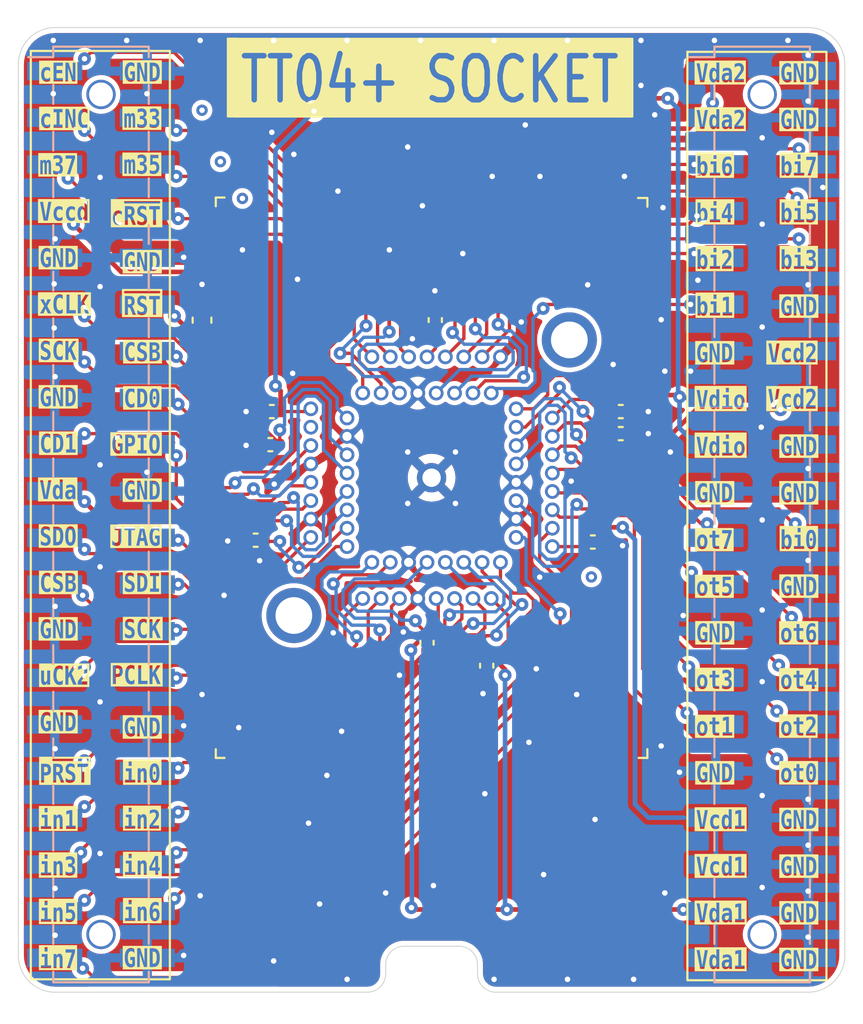
<source format=kicad_pcb>
(kicad_pcb (version 20240108) (generator "pcbnew") (generator_version "8.0")
  (title_block (title "Tiny Tapeout Breakout QFN") (date "2024-04-10") (rev "3.3") (comment 1 "(C) 2023, 2024 Pat Deegan"))
  (layers (0 "F.Cu" signal) (31 "B.Cu" signal) (34 "B.Paste" user) (35 "F.Paste" user) (36 "B.SilkS" user "B.Silkscreen") (37 "F.SilkS" user "F.Silkscreen") (38 "B.Mask" user) (39 "F.Mask" user) (44 "Edge.Cuts" user))
  (net 0 "")
  (net 1 "GND")
  (net 2 "vddio")
  (net 3 "vccd2")
  (net 4 "vccd1")
  (net 5 "vdda1")
  (net 6 "vdda2")
  (net 7 "~{rst}{slash}mio[7]")
  (net 8 "clk{slash}mio[6]")
  (net 9 "usrclk2{slash}mio[5]")
  (net 10 "SCK{slash}mio[4]")
  (net 11 "CSB{slash}mio[3]")
  (net 12 "SDI{slash}mio[2]")
  (net 13 "SDO{slash}mio[1]")
  (net 14 "JTAG{slash}mio[0]")
  (net 15 "ui_in[1]{slash}mio[9]")
  (net 16 "ui_in[0]{slash}mio[8]")
  (net 17 "ui_in[3]{slash}mio[11]")
  (net 18 "ui_in[2]{slash}mio[10]")
  (net 19 "ui_in[5]{slash}mio[13]")
  (net 20 "ui_in[4]{slash}mio[12]")
  (net 21 "ui_in[7]{slash}mio[15]")
  (net 22 "ui_in[6]{slash}mio[14]")
  (net 23 "uo_out[1]{slash}mio[17]")
  (net 24 "uo_out[0]{slash}mio[16]")
  (net 25 "uo_out[3]{slash}mio[19]")
  (net 26 "uo_out[2]{slash}mio[18]")
  (net 27 "uo_out[5]{slash}mio[21]")
  (net 28 "uo_out[4]{slash}mio[20]")
  (net 29 "uo_out[7]{slash}mio[23]")
  (net 30 "uo_out[6]{slash}mio[22]")
  (net 31 "uio[1]{slash}mio[25]")
  (net 32 "uio[0]{slash}mio[24]")
  (net 33 "uio[3]{slash}mio[27]")
  (net 34 "uio[2]{slash}mio[26]")
  (net 35 "uio[5]{slash}mio[29]")
  (net 36 "uio[4]{slash}mio[28]")
  (net 37 "uio[7]{slash}mio[31]")
  (net 38 "uio[6]{slash}mio[30]")
  (net 39 "mio[33]")
  (net 40 "ctrl_ena{slash}mio[32]")
  (net 41 "gpio")
  (net 42 "Caravel_D0")
  (net 43 "Caravel_CSB")
  (net 44 "~{RST}")
  (net 45 "Caravel_D1")
  (net 46 "xclk")
  (net 47 "mio[35]")
  (net 48 "ctrl_sel_inc{slash}mio[34]")
  (net 49 "Caravel_SCK")
  (net 50 "mio[37]")
  (net 51 "~{ctrl_sel_rst}{slash}mio[36]")
  (net 52 "vdda")
  (net 53 "vccd")
  (footprint "Capacitor_SMD:C_0402_1005Metric" (layer "F.Cu") (at 80.8 39.6 180)
    (property "Reference" "C7" (hide yes))
    (property "Value" "0.1uf" (hide yes))
  )
  (footprint "Capacitor_SMD:C_0402_1005Metric" (layer "F.Cu") (at 79.28 45.5 180)
    (property "Reference" "C1" (hide yes))
    (property "Value" "0.1uf" (hide yes))
  )
  (footprint "Capacitor_SMD:C_0402_1005Metric" (layer "F.Cu") (at 70.25 50.98 -90)
    (property "Reference" "C2" (hide yes))
    (property "Value" "0.1uf")
  )
  (footprint "Capacitor_SMD:C_0402_1005Metric" (layer "F.Cu") (at 61.8 38.4)
    (property "Reference" "C6" (hide yes))
    (property "Value" "0.1uf" (hide yes))
  )
  (footprint "Capacitor_SMD:C_0402_1005Metric" (layer "F.Cu") (at 61.72 40.2)
    (property "Reference" "C4" (hide yes))
    (property "Value" "0.1uf" (hide yes))
  )
  (footprint "Capacitor_SMD:C_0402_1005Metric" (layer "F.Cu") (at 60.92 45.4 180)
    (property "Reference" "C3" (hide yes))
    (property "Value" "0.1uf")
  )
  (footprint "Capacitor_SMD:C_0402_1005Metric" (layer "F.Cu") (at 70.7 33.42 -90)
    (property "Reference" "C5" (hide yes))
    (property "Value" "0.1uf" (hide yes))
  )
  (footprint "Socket:StitchingVia-0.3mm" (layer "F.Cu") (at 73.4 59.2)
    (property "Reference" "STITCH17" (hide yes))
    (property "Value" "StitchingVia-0.3mm" (hide yes))
  )
  (footprint "Socket:StitchingVia-0.3mm" (layer "F.Cu") (at 69.9 18.2)
    (property "Reference" "STITCH6" (hide yes))
    (property "Value" "StitchingVia-0.3mm" (hide yes))
  )
  (footprint "Socket:StitchingVia-0.3mm" (layer "F.Cu") (at 69.2 43.4)
    (property "Reference" "STITCH1" (hide yes))
    (property "Value" "StitchingVia-0.3mm" (hide yes))
  )
  (footprint "Socket:StitchingVia-0.3mm" (layer "F.Cu") (at 71.8 40.6)
    (property "Reference" "STITCH1" (hide yes))
    (property "Value" "StitchingVia-0.3mm" (hide yes))
  )
  (footprint "Socket:StitchingVia-0.3mm" (layer "F.Cu") (at 64.4 65.2)
    (property "Reference" "STITCH17" (hide yes))
    (property "Value" "StitchingVia-0.3mm" (hide yes))
  )
  (footprint "Socket:StitchingVia-0.3mm" (layer "F.Cu") (at 79.2 47.4)
    (property "Reference" "STITCH17" (hide yes))
    (property "Value" "StitchingVia-0.3mm" (hide yes))
  )
  (footprint "Socket:StitchingVia-0.3mm" (layer "F.Cu") (at 88.5 53.1)
    (property "Reference" "STITCH17" (hide yes))
    (property "Value" "StitchingVia-0.3mm" (hide yes))
  )
  (footprint "Socket:StitchingVia-0.3mm" (layer "F.Cu") (at 70.6 64.2)
    (property "Reference" "STITCH1" (hide yes))
    (property "Value" "StitchingVia-0.3mm" (hide yes))
  )
  (footprint "Socket:StitchingVia-0.3mm" (layer "F.Cu") (at 49.95 31.45)
    (property "Reference" "STITCH17" (hide yes))
    (property "Value" "StitchingVia-0.3mm" (hide yes))
  )
  (footprint "Socket:StitchingVia-0.3mm" (layer "F.Cu") (at 57.9 18.2)
    (property "Reference" "STITCH3" (hide yes))
    (property "Value" "StitchingVia-0.3mm" (hide yes))
  )
  (footprint "Socket:StitchingVia-0.3mm" (layer "F.Cu") (at 81.9 20.65)
    (property "Reference" "STITCH1" (hide yes))
    (property "Value" "StitchingVia-0.3mm" (hide yes))
  )
  (footprint "Socket:StitchingVia-0.3mm" (layer "F.Cu") (at 65.4 26.4)
    (property "Reference" "STITCH17" (hide yes))
    (property "Value" "StitchingVia-0.3mm" (hide yes))
  )
  (footprint "Socket:StitchingVia-0.3mm" (layer "F.Cu") (at 88.5 28.2)
    (property "Reference" "STITCH17" (hide yes))
    (property "Value" "StitchingVia-0.3mm" (hide yes))
  )
  (footprint "Capacitor_SMD:C_0402_1005Metric" (layer "F.Cu") (at 80.8 38.4 180)
    (property "Reference" "C11" (hide yes))
    (property "Value" "0.1uf" (hide yes))
  )
  (footprint "Socket:StitchingVia-0.3mm" (layer "F.Cu") (at 59.2 48.4)
    (property "Reference" "STITCH17" (hide yes))
    (property "Value" "StitchingVia-0.3mm" (hide yes))
  )
  (footprint "Fiducial:Fiducial_1mm_Mask2mm" (layer "F.Cu") (at 83.35 19.25)
    (property "Reference" "FID2" (hide yes))
    (property "Value" "Fiducial")
  )
  (footprint "Socket:StitchingVia-0.3mm" (layer "F.Cu") (at 82.65 22.25)
    (property "Reference" "STITCH1" (hide yes))
    (property "Value" "StitchingVia-0.3mm" (hide yes))
  )
  (footprint "Socket:StitchingVia-0.3mm" (layer "F.Cu") (at 69.2 24)
    (property "Reference" "STITCH1" (hide yes))
    (property "Value" "StitchingVia-0.3mm" (hide yes))
  )
  (footprint "Socket:StitchingVia-0.3mm" (layer "F.Cu") (at 52.45 25.65)
    (property "Reference" "STITCH17" (hide yes))
    (property "Value" "StitchingVia-0.3mm" (hide yes))
  )
  (footprint "Socket:StitchingVia-0.3mm" (layer "F.Cu") (at 69.2 40.6)
    (property "Reference" "STITCH1" (hide yes))
    (property "Value" "StitchingVia-0.3mm" (hide yes))
  )
  (footprint "Socket:StitchingVia-0.3mm" (layer "F.Cu") (at 49.9 21.1)
    (property "Reference" "STITCH17" (hide yes))
    (property "Value" "StitchingVia-0.3mm" (hide yes))
  )
  (footprint "Socket:StitchingVia-0.3mm" (layer "F.Cu") (at 73.8 25.6)
    (property "Reference" "STITCH17" (hide yes))
    (property "Value" "StitchingVia-0.3mm" (hide yes))
  )
  (footprint "Socket:StitchingVia-0.3mm" (layer "F.Cu") (at 58 53.8)
    (property "Reference" "STITCH17" (hide yes))
    (property "Value" "StitchingVia-0.3mm" (hide yes))
  )
  (footprint "Socket:StitchingVia-0.3mm" (layer "F.Cu") (at 68.2 29.6)
    (property "Reference" "STITCH17" (hide yes))
    (property "Value" "StitchingVia-0.3mm" (hide yes))
  )
  (footprint "Socket:StitchingVia-0.3mm" (layer "F.Cu") (at 78.4 53.8)
    (property "Reference" "STITCH17" (hide yes))
    (property "Value" "StitchingVia-0.3mm" (hide yes))
  )
  (footprint "Socket:StitchingVia-0.3mm" (layer "F.Cu") (at 60.2 26.8)
    (property "Reference" "STITCH17" (hide yes))
    (property "Value" "StitchingVia-0.3mm" (hide yes))
  )
  (footprint "Socket:StitchingVia-0.3mm" (layer "F.Cu") (at 68 64.6)
    (property "Reference" "STITCH17" (hide yes))
    (property "Value" "StitchingVia-0.3mm" (hide yes))
  )
  (footprint "Socket:StitchingVia-0.3mm" (layer "F.Cu") (at 57.9 64.75)
    (property "Reference" "STITCH3" (hide yes))
    (property "Value" "StitchingVia-0.3mm" (hide yes))
  )
  (footprint "Socket:StitchingVia-0.3mm" (layer "F.Cu") (at 63.2 31.2)
    (property "Reference" "STITCH17" (hide yes))
    (property "Value" "StitchingVia-0.3mm" (hide yes))
  )
  (footprint "Socket:StitchingVia-0.3mm" (layer "F.Cu") (at 65.145 50.442)
    (property "Reference" "STITCH17" (hide yes))
    (property "Value" "StitchingVia-0.3mm" (hide yes))
  )
  (footprint "Socket:StitchingVia-0.3mm" (layer "F.Cu") (at 65.9 69.3)
    (property "Reference" "STITCH13" (hide yes))
    (property "Value" "StitchingVia-0.3mm" (hide yes))
  )
  (footprint "Socket:StitchingVia-0.3mm" (layer "F.Cu") (at 50 64.35)
    (property "Reference" "STITCH17" (hide yes))
    (property "Value" "StitchingVia-0.3mm" (hide yes))
  )
  (footprint "Socket:StitchingVia-0.3mm" (layer "F.Cu") (at 91.8 26.2)
    (property "Reference" "STITCH17" (hide yes))
    (property "Value" "StitchingVia-0.3mm" (hide yes))
  )
  (footprint "Socket:StitchingVia-0.3mm" (layer "F.Cu") (at 52.45 54.2)
    (property "Reference" "STITCH17" (hide yes))
    (property "Value" "StitchingVia-0.3mm" (hide yes))
  )
  (footprint "Socket:StitchingVia-0.3mm" (layer "F.Cu") (at 83 33.4)
    (property "Reference" "" (hide yes))
    (property "Value" "StitchingVia-0.3mm" (hide yes))
  )
  (footprint "Socket:StitchingVia-0.3mm" (layer "F.Cu") (at 52.45 62.45)
    (property "Reference" "STITCH17" (hide yes))
    (property "Value" "StitchingVia-0.3mm" (hide yes))
  )
  (footprint "Socket:StitchingVia-0.3mm" (layer "F.Cu") (at 58 22)
    (property "Reference" "STITCH17" (hide yes))
    (property "Value" "StitchingVia-0.3mm" (hide yes))
  )
  (footprint "Socket:StitchingVia-0.3mm" (layer "F.Cu") (at 70 27.2)
    (property "Reference" "STITCH17" (hide yes))
    (property "Value" "StitchingVia-0.3mm" (hide yes))
  )
  (footprint "Fiducial:Fiducial_1mm_Mask2mm" (layer "F.Cu") (at 59 67.85)
    (property "Reference" "FID1" (hide yes))
    (property "Value" "Fiducial")
  )
  (footprint "Socket:StitchingVia-0.3mm" (layer "F.Cu") (at 49.9 18.2)
    (property "Reference" "STITCH1" (hide yes))
    (property "Value" "StitchingVia-0.3mm" (hide yes))
  )
  (footprint "Capacitor_SMD:C_0402_1005Metric" (layer "F.Cu") (at 73.5 52.23 -90)
    (property "Reference" "C10" (hide yes))
    (property "Value" "0.1uf" (hide yes))
  )
  (footprint "Socket:StitchingVia-0.3mm" (layer "F.Cu") (at 61.9 18.2)
    (property "Reference" "STITCH4" (hide yes))
    (property "Value" "StitchingVia-0.3mm" (hide yes))
  )
  (footprint "Socket:StitchingVia-0.3mm" (layer "F.Cu") (at 83.2 64.6)
    (property "Reference" "STITCH17" (hide yes))
    (property "Value" "StitchingVia-0.3mm" (hide yes))
  )
  (footprint "Socket:StitchingVia-0.3mm" (layer "F.Cu") (at 64.8 58.2)
    (property "Reference" "STITCH17" (hide yes))
    (property "Value" "StitchingVia-0.3mm" (hide yes))
  )
  (footprint "Socket:StitchingVia-0.3mm" (layer "F.Cu") (at 83.1 27.3)
    (property "Reference" "STITCH17" (hide yes))
    (property "Value" "StitchingVia-0.3mm" (hide yes))
  )
  (footprint "Socket:StitchingVia-0.3mm" (layer "F.Cu") (at 88.5 64.3)
    (property "Reference" "STITCH17" (hide yes))
    (property "Value" "StitchingVia-0.3mm" (hide yes))
  )
  (footprint "Socket:StitchingVia-0.3mm" (layer "F.Cu") (at 52.45 46.85)
    (property "Reference" "STITCH17" (hide yes))
    (property "Value" "StitchingVia-0.3mm" (hide yes))
  )
  (footprint "Socket:StitchingVia-0.3mm" (layer "F.Cu") (at 88.5 59.3)
    (property "Reference" "STITCH17" (hide yes))
    (property "Value" "StitchingVia-0.3mm" (hide yes))
  )
  (footprint "Socket:StitchingVia-0.3mm" (layer "F.Cu") (at 71.8 43.4)
    (property "Reference" "STITCH1" (hide yes))
    (property "Value" "StitchingVia-0.3mm" (hide yes))
  )
  (footprint "Socket:StitchingVia-0.3mm" (layer "F.Cu") (at 52.45 31.6)
    (property "Reference" "STITCH17" (hide yes))
    (property "Value" "StitchingVia-0.3mm" (hide yes))
  )
  (footprint "Socket:Socket-QFN-64-1EP_9x9mm_P0.5mm" (layer "F.Cu") (at 70.5 42 180)
    (property "Reference" "U1" (hide yes))
    (property "Value" "Caravel_QFN_Socket")
  )
  (footprint "Socket:StitchingVia-0.3mm" (layer "F.Cu") (at 88.5 49.2)
    (property "Reference" "STITCH17" (hide yes))
    (property "Value" "StitchingVia-0.3mm" (hide yes))
  )
  (footprint "Socket:StitchingVia-0.3mm" (layer "F.Cu") (at 63 24.4)
    (property "Reference" "STITCH1" (hide yes))
    (property "Value" "StitchingVia-0.3mm" (hide yes))
  )
  (footprint "Socket:StitchingVia-0.3mm" (layer "F.Cu") (at 65.6 55.8)
    (property "Reference" "STITCH17" (hide yes))
    (property "Value" "StitchingVia-0.3mm" (hide yes))
  )
  (footprint "Socket:StitchingVia-0.3mm" (layer "F.Cu") (at 60.2 29.6)
    (property "Reference" "STITCH17" (hide yes))
    (property "Value" "StitchingVia-0.3mm" (hide yes))
  )
  (footprint "Socket:StitchingVia-0.3mm" (layer "F.Cu") (at 65.9 18.2)
    (property "Reference" "STITCH5" (hide yes))
    (property "Value" "StitchingVia-0.3mm" (hide yes))
  )
  (footprint "Socket:StitchingVia-0.3mm" (layer "F.Cu") (at 76.2 52.4)
    (property "Reference" "" (hide yes))
    (property "Value" "StitchingVia-0.3mm" (hide yes))
  )
  (footprint "Socket:StitchingVia-0.3mm" (layer "F.Cu") (at 77.9 69.3)
    (property "Reference" "STITCH16" (hide yes))
    (property "Value" "StitchingVia-0.3mm" (hide yes))
  )
  (footprint "Fiducial:Fiducial_1mm_Mask2mm" (layer "F.Cu") (at 83 68)
    (property "Reference" "FID3" (hide yes))
    (property "Value" "Fiducial")
  )
  (footprint "Socket:StitchingVia-0.3mm" (layer "F.Cu") (at 80.385 35.837)
    (property "Reference" "STITCH17" (hide yes))
    (property "Value" "StitchingVia-0.3mm" (hide yes))
  )
  (footprint "Socket:StitchingVia-0.3mm" (layer "F.Cu") (at 83.5 40.6)
    (property "Reference" "STITCH17" (hide yes))
    (property "Value" "StitchingVia-0.3mm" (hide yes))
  )
  (footprint "Capacitor_SMD:C_0603_1608Metric" (layer "F.Cu") (at 58 33.425 90)
    (property "Reference" "C8" (hide yes))
    (property "Value" "1u")
  )
  (footprint "Socket:StitchingVia-0.3mm" (layer "F.Cu") (at 72.2 29.8)
    (property "Reference" "STITCH17" (hide yes))
    (property "Value" "StitchingVia-0.3mm" (hide yes))
  )
  (footprint "Socket:StitchingVia-0.3mm" (layer "F.Cu") (at 77.9 18.2)
    (property "Reference" "STITCH8" (hide yes))
    (property "Value" "StitchingVia-0.3mm" (hide yes))
  )
  (footprint "Socket:StitchingVia-0.3mm" (layer "F.Cu") (at 79 31.5)
    (property "Reference" "STITCH17" (hide yes))
    (property "Value" "StitchingVia-0.3mm" (hide yes))
  )
  (footprint "Socket:StitchingVia-0.3mm" (layer "F.Cu") (at 49.95 33.85)
    (property "Reference" "STITCH17" (hide yes))
    (property "Value" "StitchingVia-0.3mm" (hide yes))
  )
  (footprint "Socket:StitchingVia-0.3mm" (layer "F.Cu") (at 88.5 23.5)
    (property "Reference" "STITCH17" (hide yes))
    (property "Value" "StitchingVia-0.3mm" (hide yes))
  )
  (footprint "Socket:StitchingVia-0.3mm" (layer "F.Cu") (at 76.6 63.6)
    (property "Reference" "STITCH1" (hide yes))
    (property "Value" "StitchingVia-0.3mm" (hide yes))
  )
  (footprint "Socket:StitchingVia-0.3mm" (layer "F.Cu") (at 88.5 33.8)
    (property "Reference" "STITCH17" (hide yes))
    (property "Value" "StitchingVia-0.3mm" (hide yes))
  )
  (footprint "Socket:StitchingVia-0.3mm" (layer "F.Cu") (at 75.6 22.8)
    (property "Reference" "STITCH17" (hide yes))
    (property "Value" "StitchingVia-0.3mm" (hide yes))
  )
  (footprint "Socket:StitchingVia-0.3mm" (layer "F.Cu") (at 61.8 23.2)
    (property "Reference" "STITCH17" (hide yes))
    (property "Value" "StitchingVia-0.3mm" (hide yes))
  )
  (footprint "Socket:StitchingVia-0.3mm" (layer "F.Cu") (at 53.9 18.2)
    (property "Reference" "STITCH2" (hide yes))
    (property "Value" "StitchingVia-0.3mm" (hide yes))
  )
  (footprint "Socket:StitchingVia-0.3mm" (layer "F.Cu") (at 81 25.6)
    (property "Reference" "STITCH17" (hide yes))
    (property "Value" "StitchingVia-0.3mm" (hide yes))
  )
  (footprint "Socket:StitchingVia-0.3mm" (layer "F.Cu") (at 83 56.6)
    (property "Reference" "STITCH17" (hide yes))
    (property "Value" "StitchingVia-0.3mm" (hide yes))
  )
  (footprint "Socket:StitchingVia-0.3mm" (layer "F.Cu") (at 63.8 60.8)
    (property "Reference" "STITCH17" (hide yes))
    (property "Value" "StitchingVia-0.3mm" (hide yes))
  )
  (footprint "Socket:StitchingVia-0.3mm" (layer "F.Cu") (at 88.45 39.25)
    (property "Reference" "STITCH17" (hide yes))
    (property "Value" "StitchingVia-0.3mm" (hide yes))
  )
  (footprint "Socket:StitchingVia-0.3mm" (layer "F.Cu") (at 52.45 41.3)
    (property "Reference" "STITCH17" (hide yes))
    (property "Value" "StitchingVia-0.3mm" (hide yes))
  )
  (footprint "Socket:StitchingVia-0.3mm" (layer "F.Cu") (at 88.5 44.3)
    (property "Reference" "STITCH17" (hide yes))
    (property "Value" "StitchingVia-0.3mm" (hide yes))
  )
  (footprint "Socket:StitchingVia-0.3mm" (layer "F.Cu") (at 73.9 18.2)
    (property "Reference" "STITCH7" (hide yes))
    (property "Value" "StitchingVia-0.3mm" (hide yes))
  )
  (footprint "Socket:StitchingVia-0.3mm" (layer "F.Cu") (at 85 31.25)
    (property "Reference" "STITCH17" (hide yes))
    (property "Value" "StitchingVia-0.3mm" (hide yes))
  )
  (footprint "Socket:StitchingVia-0.3mm" (layer "F.Cu") (at 50 66.9)
    (property "Reference" "STITCH17" (hide yes))
    (property "Value" "StitchingVia-0.3mm" (hide yes))
  )
  (footprint "Socket:StitchingVia-0.3mm" (layer "F.Cu") (at 81.9 18.2)
    (property "Reference" "STITCH9" (hide yes))
    (property "Value" "StitchingVia-0.3mm" (hide yes))
  )
  (footprint "Socket:StitchingVia-0.3mm" (layer "F.Cu") (at 79.4 60.6)
    (property "Reference" "STITCH1" (hide yes))
    (property "Value" "StitchingVia-0.3mm" (hide yes))
  )
  (footprint "Socket:StitchingVia-0.3mm" (layer "F.Cu") (at 85.9 18.2)
    (property "Reference" "STITCH10" (hide yes))
    (property "Value" "StitchingVia-0.3mm" (hide yes))
  )
  (footprint "Socket:StitchingVia-0.3mm" (layer "F.Cu") (at 60 55.6)
    (property "Reference" "STITCH17" (hide yes))
    (property "Value" "StitchingVia-0.3mm" (hide yes))
  )
  (footprint "Socket:StitchingVia-0.3mm" (layer "F.Cu") (at 59 24.8)
    (property "Reference" "STITCH17" (hide yes))
    (property "Value" "StitchingVia-0.3mm" (hide yes))
  )
  (footprint "Socket:StitchingVia-0.3mm" (layer "F.Cu") (at 75.8 56.4)
    (property "Reference" "STITCH17" (hide yes))
    (property "Value" "StitchingVia-0.3mm" (hide yes))
  )
  (footprint "Socket:StitchingVia-0.3mm" (layer "F.Cu") (at 81.5 69.3)
    (property "Reference" "STITCH17" (hide yes))
    (property "Value" "StitchingVia-0.3mm" (hide yes))
  )
  (footprint "Socket:StitchingVia-0.3mm" (layer "F.Cu") (at 73.9 69.3)
    (property "Reference" "STITCH15" (hide yes))
    (property "Value" "StitchingVia-0.3mm" (hide yes))
  )
  (footprint "Socket:StitchingVia-0.3mm" (layer "F.Cu") (at 89.9 18.2)
    (property "Reference" "STITCH11" (hide yes))
    (property "Value" "StitchingVia-0.3mm" (hide yes))
  )
  (footprint "Socket:StitchingVia-0.3mm" (layer "F.Cu") (at 76.4 25.6)
    (property "Reference" "STITCH17" (hide yes))
    (property "Value" "StitchingVia-0.3mm" (hide yes))
  )
  (footprint "Socket:StitchingVia-0.3mm" (layer "F.Cu") (at 61.9 68.3)
    (property "Reference" "STITCH12" (hide yes))
    (property "Value" "StitchingVia-0.3mm" (hide yes))
  )
  (footprint "Socket:FH-00148_PinSocket_2x20_P2.54mm" (layer "B.Cu") (at 88.5 44 180)
    (property "Reference" "CON2" (hide yes))
    (property "Value" "~")
  )
  (footprint "Socket:FH-00148_PinSocket_2x20_P2.54mm" (layer "B.Cu") (at 52.5 44 180)
    (property "Reference" "CON1" (hide yes))
    (property "Value" "~")
  )
  (gr_rect (start 59.938 18.105266) (end 80.830978 18.459957) (stroke (width 0.1)) (fill solid) (layer "F.SilkS"))
  (gr_rect (start 80.830978 18.105266) (end 81.43718 22.35) (stroke (width 0.1)) (fill solid) (layer "F.SilkS"))
  (gr_rect (start 48.67744 18.77256) (end 56.25 69.3) (stroke (width 0.12)) (fill none) (layer "F.SilkS"))
  (gr_rect (start 59.4 18.1) (end 59.9334 22.344734) (stroke (width 0.1)) (fill solid) (layer "F.SilkS"))
  (gr_rect (start 59.819022 21.782043) (end 80.880979 22.35) (stroke (width 0.1)) (fill solid) (layer "F.SilkS"))
  (gr_rect (start 84.42744 18.82256) (end 92 69.35) (stroke (width 0.12)) (fill none) (layer "F.SilkS"))
  (gr_arc (start 74 70) (mid 73.292893 69.707107) (end 73 69) (stroke (width 0.05)) (layer "Edge.Cuts"))
  (gr_line (start 73 69) (end 73 68.5) (stroke (width 0.05)) (layer "Edge.Cuts"))
  (gr_line (start 91 17.5) (end 50 17.5) (stroke (width 0.05)) (layer "Edge.Cuts"))
  (gr_arc (start 48 19.5) (mid 48.585786 18.085786) (end 50 17.5) (stroke (width 0.05)) (layer "Edge.Cuts"))
  (gr_arc (start 93 68) (mid 92.414214 69.414214) (end 91 70) (stroke (width 0.05)) (layer "Edge.Cuts"))
  (gr_line (start 68 68.5) (end 68 69) (stroke (width 0.05)) (layer "Edge.Cuts"))
  (gr_arc (start 68 69) (mid 67.707107 69.707107) (end 67 70) (stroke (width 0.05)) (layer "Edge.Cuts"))
  (gr_line (start 72 67.5) (end 69 67.5) (stroke (width 0.05)) (layer "Edge.Cuts"))
  (gr_arc (start 91 17.5) (mid 92.414214 18.085786) (end 93 19.5) (stroke (width 0.05)) (layer "Edge.Cuts"))
  (gr_arc (start 72 67.5) (mid 72.707107 67.792893) (end 73 68.5) (stroke (width 0.05)) (layer "Edge.Cuts"))
  (gr_arc (start 50 70) (mid 48.585786 69.414214) (end 48 68) (stroke (width 0.05)) (layer "Edge.Cuts"))
  (gr_line (start 93 68) (end 93 19.5) (stroke (width 0.05)) (layer "Edge.Cuts"))
  (gr_line (start 50 70) (end 67 70) (stroke (width 0.05)) (layer "Edge.Cuts"))
  (gr_line (start 48 68) (end 48 19.5) (stroke (width 0.05)) (layer "Edge.Cuts"))
  (gr_arc (start 68 68.5) (mid 68.292893 67.792893) (end 69 67.5) (stroke (width 0.05)) (layer "Edge.Cuts"))
  (gr_line (start 91 70) (end 74 70) (stroke (width 0.05)) (layer "Edge.Cuts"))
  (gr_text "Vdio" (at 84.9 40.96 0) (layer "F.SilkS" knockout) (effects (font (size 1 0.8) (thickness 0.127) (bold yes)) (justify left bottom)))
  (gr_text "c~{RST}" (at 55.75 28.408947 0) (layer "F.SilkS" knockout) (effects (font (size 1 0.8) (thickness 0.127) (bold yes)) (justify right bottom)))
  (gr_text "bi1" (at 84.9 33.34 0) (layer "F.SilkS" knockout) (effects (font (size 1 0.8) (thickness 0.127) (bold yes)) (justify left bottom)))
  (gr_text "CSB" (at 49.15 48.380115 0) (layer "F.SilkS" knockout) (effects (font (size 1 0.8) (thickness 0.127) (bold yes)) (justify left bottom)))
  (gr_text "Vda" (at 49.15 43.329185 0) (layer "F.SilkS" knockout) (effects (font (size 1 0.8) (thickness 0.127) (bold yes)) (justify left bottom)))
  (gr_text "Vcd1" (at 84.9 61.28 0) (layer "F.SilkS" knockout) (effects (font (size 1 0.8) (thickness 0.127) (bold yes)) (justify left bottom)))
  (gr_text "in2" (at 55.75 61.267194 0) (layer "F.SilkS" knockout) (effects (font (size 1 0.8) (thickness 0.127) (bold yes)) (justify right bottom)))
  (gr_text "PCLK" (at 55.75 53.4 0) (layer "F.SilkS" knockout) (effects (font (size 1 0.8) (thickness 0.127) (bold yes)) (justify right bottom)))
  (gr_text "Vccd" (at 49.15 28.176395 0) (layer "F.SilkS" knockout) (effects (font (size 1 0.8) (thickness 0.127) (bold yes)) (justify left bottom)))
  (gr_text "GND" (at 49.15 38.278255 0) (layer "F.SilkS" knockout) (effects (font (size 1 0.8) (thickness 0.127) (bold yes)) (justify left bottom)))
  (gr_text "GND" (at 91.5 63.82 0) (layer "F.SilkS" knockout) (effects (font (size 1 0.8) (thickness 0.127) (bold yes)) (justify right bottom)))
  (gr_text "Vcd2" (at 91.5 38.42 0) (layer "F.SilkS" knockout) (effects (font (size 1.05 0.8) (thickness 0.127) (bold yes)) (justify right bottom)))
  (gr_text "ot3" (at 84.9 53.66 0) (layer "F.SilkS" knockout) (effects (font (size 1 0.8) (thickness 0.127) (bold yes)) (justify left bottom)))
  (gr_text "GND" (at 91.5 23.18 0) (layer "F.SilkS" knockout) (effects (font (size 1 0.8) (thickness 0.127) (bold yes)) (justify right bottom)))
  (gr_text "Vda2" (at 84.9 23.18 0) (layer "F.SilkS" knockout) (effects (font (size 1 0.8) (thickness 0.127) (bold yes)) (justify left bottom)))
  (gr_text "GND" (at 84.9 35.88 0) (layer "F.SilkS" knockout) (effects (font (size 1 0.8) (thickness 0.127) (bold yes)) (justify left bottom)))
  (gr_text "GND" (at 84.9 51.12 0) (layer "F.SilkS" knockout) (effects (font (size 1 0.8) (thickness 0.127) (bold yes)) (justify left bottom)))
  (gr_text "ot0" (at 91.5 58.74 0) (layer "F.SilkS" knockout) (effects (font (size 1 0.8) (thickness 0.127) (bold yes)) (justify right bottom)))
  (gr_text "GND" (at 55.75 56.245334 0) (layer "F.SilkS" knockout) (effects (font (size 1 0.8) (thickness 0.127) (bold yes)) (justify right bottom)))
  (gr_text "GND" (at 49.15 30.70186 0) (layer "F.SilkS" knockout) (effects (font (size 1 0.8) (thickness 0.127) (bold yes)) (justify left bottom)))
  (gr_text "in4" (at 55.75 63.778124 0) (layer "F.SilkS" knockout) (effects (font (size 1 0.8) (thickness 0.127) (bold yes)) (justify right bottom)))
  (gr_text "bi0" (at 91.5 46.04 0) (layer "F.SilkS" knockout) (effects (font (size 1 0.8) (thickness 0.127) (bold yes)) (justify right bottom)))
  (gr_text "in3" (at 49.15 63.809062 0) (layer "F.SilkS" knockout) (effects (font (size 1 0.8) (thickness 0.127) (bold yes)) (justify left bottom)))
  (gr_text "P~{RST}" (at 49.15 58.758132 0) (layer "F.SilkS" knockout) (effects (font (size 1 0.8) (thickness 0.127) (bold yes)) (justify left bottom)))
  (gr_text "SCK" (at 55.75 50.88907 0) (layer "F.SilkS" knockout) (effects (font (size 1 0.8) (thickness 0.127) (bold yes)) (justify right bottom)))
  (gr_text "JTAG" (at 55.75 45.86721 0) (layer "F.SilkS" knockout) (effects (font (size 1 0.8) (thickness 0.127) (bold yes)) (justify right bottom)))
  (gr_text "~{RST}" (at 55.75 33.3 0) (layer "F.SilkS" knockout) (effects (font (size 1 0.8) (thickness 0.127) (bold yes)) (justify right bottom)))
  (gr_text "GND" (at 91.5 61.28 0) (layer "F.SilkS" knockout) (effects (font (size 1 0.8) (thickness 0.127) (bold yes)) (justify right bottom)))
  (gr_text "GND" (at 49.15 50.90558 0) (layer "F.SilkS" knockout) (effects (font (size 1 0.8) (thickness 0.127) (bold yes)) (justify left bottom)))
  (gr_text "bi6" (at 84.9 25.72 0) (layer "F.SilkS" knockout) (effects (font (size 1 0.8) (thickness 0.127) (bold yes)) (justify left bottom)))
  (gr_text "GND" (at 91.5 33.34 0) (layer "F.SilkS" knockout) (effects (font (size 1 0.8) (thickness 0.127) (bold yes)) (justify right bottom)))
  (gr_text "GND" (at 84.9 43.5 0) (layer "F.SilkS" knockout) (effects (font (size 1 0.8) (thickness 0.127) (bold yes)) (justify left bottom)))
  (gr_text "ot4" (at 91.5 53.66 0) (layer "F.SilkS" knockout) (effects (font (size 1 0.8) (thickness 0.127) (bold yes)) (justify right bottom)))
  (gr_text "SDI" (at 55.75 48.37814 0) (layer "F.SilkS" knockout) (effects (font (size 1 0.8) (thickness 0.127) (bold yes)) (justify right bottom)))
  (gr_text "m37" (at 49.15 25.65093 0) (layer "F.SilkS" knockout) (effects (font (size 1 0.8) (thickness 0.127) (bold yes)) (justify left bottom)))
  (gr_text "Vcd1" (at 84.9 63.82 0) (layer "F.SilkS" knockout) (effects (font (size 1 0.8) (thickness 0.127) (bold yes)) (justify left bottom)))
  (gr_text "in5" (at 49.15 66.334527 0) (layer "F.SilkS" knockout) (effects (font (size 1 0.8) (thickness 0.127) (bold yes)) (justify left bottom)))
  (gr_text "Vda1" (at 84.9 68.9 0) (layer "F.SilkS" knockout) (effects (font (size 1 0.8) (thickness 0.127) (bold yes)) (justify left bottom)))
  (gr_text "Vda2" (at 84.9 20.64 0) (layer "F.SilkS" knockout) (effects (font (size 1 0.8) (thickness 0.127) (bold yes)) (justify left bottom)))
  (gr_text "ot1" (at 84.9 56.2 0) (layer "F.SilkS" knockout) (effects (font (size 1 0.8) (thickness 0.127) (bold yes)) (justify left bottom)))
  (gr_text "GND" (at 91.5 66.36 0) (layer "F.SilkS" knockout) (effects (font (size 1 0.8) (thickness 0.127) (bold yes)) (justify right bottom)))
  (gr_text "GPIO" (at 55.75 40.84535 0) (layer "F.SilkS" knockout) (effects (font (size 1 0.8) (thickness 0.127) (bold yes)) (justify right bottom)))
  (gr_text "in1" (at 49.15 61.283597 0) (layer "F.SilkS" knockout) (effects (font (size 1 0.8) (thickness 0.127) (bold yes)) (justify left bottom)))
  (gr_text "cEN" (at 49.15 20.6 0) (layer "F.SilkS" knockout) (effects (font (size 1 0.8) (thickness 0.127) (bold yes)) (justify left bottom)))
  (gr_text "CSB" (at 55.75 35.82349 0) (layer "F.SilkS" knockout) (effects (font (size 1 0.8) (thickness 0.127) (bold yes)) (justify right bottom)))
  (gr_text "TT04+ SOCKET" (at 70.4 21.74 0) (layer "F.SilkS" knockout) (effects (font (size 2.4 1.85) (thickness 0.3)) (justify bottom)))
  (gr_text "in7" (at 49.15 68.86 0) (layer "F.SilkS" knockout) (effects (font (size 1 0.8) (thickness 0.127) (bold yes)) (justify left bottom)))
  (gr_text "GND" (at 55.75 30.919877 0) (layer "F.SilkS" knockout) (effects (font (size 1 0.8) (thickness 0.127) (bold yes)) (justify right bottom)))
  (gr_text "GND" (at 91.5 43.5 0) (layer "F.SilkS" knockout) (effects (font (size 1 0.8) (thickness 0.127) (bold yes)) (justify right bottom)))
  (gr_text "xCLK" (at 49.15 33.227325 0) (layer "F.SilkS" knockout) (effects (font (size 1 0.8) (thickness 0.127) (bold yes)) (justify left bottom)))
  (gr_text "ot7" (at 84.9 46.04 0) (layer "F.SilkS" knockout) (effects (font (size 1 0.8) (thickness 0.127) (bold yes)) (justify left bottom)))
  (gr_text "GND" (at 49.15 55.95651 0) (layer "F.SilkS" knockout) (effects (font (size 1 0.8) (thickness 0.127) (bold yes)) (justify left bottom)))
  (gr_text "Vcd2" (at 91.5 35.88 0) (layer "F.SilkS" knockout) (effects (font (size 1 0.8) (thickness 0.127) (bold yes)) (justify right bottom)))
  (gr_text "bi3" (at 91.5 30.8 0) (layer "F.SilkS" knockout) (effects (font (size 1 0.8) (thickness 0.127) (bold yes)) (justify right bottom)))
  (gr_text "bi7" (at 91.5 25.72 0) (layer "F.SilkS" knockout) (effects (font (size 1 0.8) (thickness 0.127) (bold yes)) (justify right bottom)))
  (gr_text "GND" (at 55.75 43.35628 0) (layer "F.SilkS" knockout) (effects (font (size 1 0.8) (thickness 0.127) (bold yes)) (justify right bottom)))
  (gr_text "GND" (at 91.5 68.9 0) (layer "F.SilkS" knockout) (effects (font (size 1 0.8) (thickness 0.127) (bold yes)) (justify right bottom)))
  (gr_text "CD1" (at 49.15 40.80372 0) (layer "F.SilkS" knockout) (effects (font (size 1 0.8) (thickness 0.127) (bold yes)) (justify left bottom)))
  (gr_text "GND" (at 91.5 20.64 0) (layer "F.SilkS" knockout) (effects (font (size 1 0.8) (thickness 0.127) (bold yes)) (justify right bottom)))
  (gr_text "bi4" (at 84.9 28.26 0) (layer "F.SilkS" knockout) (effects (font (size 1 0.8) (thickness 0.127) (bold yes)) (justify left bottom)))
  (gr_text "ot6" (at 91.5 51.12 0) (layer "F.SilkS" knockout) (effects (font (size 1 0.8) (thickness 0.127) (bold yes)) (justify right bottom)))
  (gr_text "m33" (at 55.75 23.11093 0) (layer "F.SilkS" knockout) (effects (font (size 1 0.8) (thickness 0.127) (bold yes)) (justify right bottom)))
  (gr_text "GND" (at 55.75 20.6 0) (layer "F.SilkS" knockout) (effects (font (size 1 0.8) (thickness 0.127) (bold yes)) (justify right bottom)))
  (gr_text "GND" (at 55.75 68.8 0) (layer "F.SilkS" knockout) (effects (font (size 1 0.8) (thickness 0.127) (bold yes)) (justify right bottom)))
  (gr_text "GND" (at 84.9 58.74 0) (layer "F.SilkS" knockout) (effects (font (size 1 0.8) (thickness 0.127) (bold yes)) (justify left bottom)))
  (gr_text "SCK" (at 49.15 35.75279 0) (layer "F.SilkS" knockout) (effects (font (size 1 0.8) (thickness 0.127) (bold yes)) (justify left bottom)))
  (gr_text "m35" (at 55.75 25.62186 0) (layer "F.SilkS" knockout) (effects (font (size 1 0.8) (thickness 0.127) (bold yes)) (justify right bottom)))
  (gr_text "SDO" (at 49.15 45.85465 0) (layer "F.SilkS" knockout) (effects (font (size 1 0.8) (thickness 0.127) (bold yes)) (justify left bottom)))
  (gr_text "GND" (at 91.5 48.58 0) (layer "F.SilkS" knockout) (effects (font (size 1 0.8) (thickness 0.127) (bold yes)) (justify right bottom)))
  (gr_text "in6" (at 55.75 66.289054 0) (layer "F.SilkS" knockout) (effects (font (size 1 0.8) (thickness 0.127) (bold yes)) (justify right bottom)))
  (gr_text "Vda1" (at 84.9 66.36 0) (layer "F.SilkS" knockout) (effects (font (size 1 0.8) (thickness 0.127) (bold yes)) (justify left bottom)))
  (gr_text "Vdio" (at 84.9 38.42 0) (layer "F.SilkS" knockout) (effects (font (size 1 0.8) (thickness 0.127) (bold yes)) (justify left bottom)))
  (gr_text "bi2" (at 84.9 30.8 0) (layer "F.SilkS" knockout) (effects (font (size 1 0.8) (thickness 0.127) (bold yes)) (justify left bottom)))
  (gr_text "in0" (at 55.75 58.756264 0) (layer "F.SilkS" knockout) (effects (font (size 1 0.8) (thickness 0.127) (bold yes)) (justify right bottom)))
  (gr_text "GND" (at 91.5 40.96 0) (layer "F.SilkS" knockout) (effects (font (size 1 0.8) (thickness 0.127) (bold yes)) (justify right bottom)))
  (gr_text "bi5" (at 91.5 28.26 0) (layer "F.SilkS" knockout) (effects (font (size 1 0.8) (thickness 0.127) (bold yes)) (justify right bottom)))
  (gr_text "ot5" (at 84.9 48.58 0) (layer "F.SilkS" knockout) (effects (font (size 1 0.8) (thickness 0.127) (bold yes)) (justify left bottom)))
  (gr_text "CD0" (at 55.75 38.33442 0) (layer "F.SilkS" knockout) (effects (font (size 1 0.8) (thickness 0.127) (bold yes)) (justify right bottom)))
  (gr_text "ot2" (at 91.5 56.2 0) (layer "F.SilkS" knockout) (effects (font (size 1 0.8) (thickness 0.127) (bold yes)) (justify right bottom)))
  (gr_text "uCK2" (at 49.15 53.431045 0) (layer "F.SilkS" knockout) (effects (font (size 1 0.8) (thickness 0.127) (bold yes)) (justify left bottom)))
  (gr_text "cINC" (at 49.15 23.125465 0) (layer "F.SilkS" knockout) (effects (font (size 1 0.8) (thickness 0.127) (bold yes)) (justify left bottom)))
  (segment (start 68.5 51.4) (end 68.5 52.5) (width 0.254) (layer "F.Cu") (net 1))
  (segment (start 58 32.65) (end 58 31.477) (width 0.254) (layer "F.Cu") (net 1))
  (segment (start 70.7 32.94) (end 70.7 31.842777) (width 0.254) (layer "F.Cu") (net 1))
  (segment (start 56.87 68.13) (end 57 68) (width 0.18) (layer "F.Cu") (net 1))
  (segment (start 63.118799 45.056201) (end 63.925 44.25) (width 0.18) (layer "F.Cu") (net 1))
  (segment (start 73.5 53.55) (end 73.3 53.75) (width 0.254) (layer "F.Cu") (net 1))
  (segment (start 59.44 45.4) (end 59.4 45.44) (width 0.254) (layer "F.Cu") (net 1))
  (segment (start 68.5 50.936541) (end 68.96 50.476541) (width 0.254) (layer "F.Cu") (net 1))
  (segment (start 70.7 31.842777) (end 70.696304 31.842777) (width 0.254) (layer "F.Cu") (net 1))
  (segment (start 61.32 38.4) (end 60.4 38.4) (width 0.254) (layer "F.Cu") (net 1))
  (segment (start 75.813 44.958) (end 75.813 46.837333) (width 0.18) (layer "F.Cu") (net 1))
  (segment (start 62.96912 36.318312) (end 62.935296 36.318312) (width 0.18) (layer "F.Cu") (net 1))
  (segment (start 70.696304 31.842777) (end 70.680159 31.826632) (width 0.254) (layer "F.Cu") (net 1))
  (segment (start 70 33.893) (end 69.453 34.44) (width 0.254) (layer "F.Cu") (net 1))
  (segment (start 57 30.2) (end 57 30) (width 0.18) (layer "F.Cu") (net 1))
  (segment (start 75.38 34.295) (end 75.38 33.657206) (width 0.18) (layer "F.Cu") (net 1))
  (segment (start 81.28 39.6) (end 82.3 39.6) (width 0.254) (layer "F.Cu") (net 1))
  (segment (start 56.93 55.43) (end 57 55.5) (width 0.18) (layer "F.Cu") (net 1))
  (segment (start 79.76 45.5) (end 80.7 45.5) (width 0.254) (layer "F.Cu") (net 1))
  (segment (start 60.44 40.2) (end 60.4 40.24) (width 0.254) (layer "F.Cu") (net 1))
  (segment (start 60.44 45.4) (end 59.44 45.4) (width 0.254) (layer "F.Cu") (net 1))
  (segment (start 64.615 38.2) (end 64.615 37.964192) (width 0.18) (layer "F.Cu") (net 1))
  (segment (start 80.7 45.5) (end 80.9 45.7) (width 0.254) (layer "F.Cu") (net 1))
  (segment (start 63.114 42.061) (end 62.219089 42.061) (width 0.18) (layer "F.Cu") (net 1))
  (segment (start 70 32.506791) (end 70 33.893) (width 0.254) (layer "F.Cu") (net 1))
  (segment (start 84.6 36.2) (end 83.2 36.2) (width 0.254) (layer "F.Cu") (net 1))
  (segment (start 74.25 35.425) (end 75.38 34.295) (width 0.18) (layer "F.Cu") (net 1))
  (segment (start 75.813 46.837333) (end 76.387005 47.411338) (width 0.18) (layer "F.Cu") (net 1))
  (segment (start 64.615 38.47) (end 65.4725 39.3275) (width 0.18) (layer "F.Cu") (net 1))
  (segment (start 74.25 35.425) (end 74.543 35.132) (width 0.18) (layer "F.Cu") (net 1))
  (segment (start 68.5 52.5) (end 68.75 52.75) (width 0.254) (layer "F.Cu") (net 1))
  (segment (start 63.118799 45.518799) (end 62.120608 46.51699) (width 0.18) (layer "F.Cu") (net 1))
  (segment (start 65.4725 39.3275) (end 65.895 39.75) (width 0.18) (layer "F.Cu") (net 1))
  (segment (start 70.25 51.46) (end 68.96 52.75) (width 0.254) (layer "F.Cu") (net 1))
  (segment (start 73.5 52.71) (end 73.5 53.55) (width 0.254) (layer "F.Cu") (net 1))
  (segment (start 56.97 30.03) (end 57 30) (width 0.18) (layer "F.Cu") (net 1))
  (segment (start 63.118799 45.056201) (end 63.118799 45.518799) (width 0.18) (layer "F.Cu") (net 1))
  (segment (start 64.615 37.964192) (end 64.225404 37.574596) (width 0.18) (layer "F.Cu") (net 1))
  (segment (start 62.219089 42.061) (end 61.931678 42.348411) (width 0.18) (layer "F.Cu") (net 1))
  (segment (start 68.96 52.75) (end 68.75 52.75) (width 0.254) (layer "F.Cu") (net 1))
  (segment (start 81.28 38.4) (end 82.3 38.4) (width 0.254) (layer "F.Cu") (net 1))
  (segment (start 64.615 38.47) (end 64.615 38.2) (width 0.18) (layer "F.Cu") (net 1))
  (segment (start 75.38 33.525097) (end 75.380977 33.52412) (width 0.18) (layer "F.Cu") (net 1))
  (segment (start 63.925 41.25) (end 63.114 42.061) (width 0.18) (layer "F.Cu") (net 1))
  (segment (start 69.75 48.575) (end 68.96 49.365) (width 0.18) (layer "F.Cu") (net 1))
  (segment (start 75.105 44.25) (end 75.813 44.958) (width 0.18) (layer "F.Cu") (net 1))
  (segment (start 64.225404 37.574596) (end 62.96912 36.318312) (width 0.18) (layer "F.Cu") (net 1))
  (segment (start 70.680159 31.826632) (end 70 32.506791) (width 0.254) (layer "F.Cu") (net 1))
  (segment (start 75.38 33.657206) (end 75.38 33.525097) (width 0.18) (layer "F.Cu") (net 1))
  (segment (start 68.96 49.365) (end 68.96 50.395342) (width 0.18) (layer "F.Cu") (net 1))
  (segment (start 68.96 50.476541) (end 68.96 50.395342) (width 0.254) (layer "F.Cu") (net 1))
  (segment (start 63.5875 41.5875) (end 63.925 41.25) (width 0.18) (layer "F.Cu") (net 1))
  (segment (start 63.444 41.731) (end 63.5875 41.5875) (width 0.18) (layer "F.Cu") (net 1))
  (segment (start 68.5 51.4) (end 68.5 50.936541) (width 0.254) (layer "F.Cu") (net 1))
  (segment (start 62.120608 46.51699) (end 61.137086 46.51699) (width 0.18) (layer "F.Cu") (net 1))
  (segment (start 61.24 40.2) (end 60.44 40.2) (width 0.254) (layer "F.Cu") (net 1))
  (via (at 82.3 39.6) (size 0.7) (drill 0.3) (layers "F.Cu" "B.Cu") (net 1))
  (via (at 75.380977 33.52412) (size 0.7) (drill 0.3) (layers "F.Cu" "B.Cu") (net 1))
  (via (at 57 55.5) (size 0.7) (drill 0.3) (layers "F.Cu" "B.Cu") (net 1))
  (via (at 50 56.75) (size 0.7) (drill 0.3) (layers "F.Cu" "B.Cu") (net 1))
  (via (at 68.75 52.75) (size 0.7) (drill 0.3) (layers "F.Cu" "B.Cu") (net 1))
  (via (at 91 67) (size 0.7) (drill 0.3) (layers "F.Cu" "B.Cu") (net 1))
  (via (at 91 41.5) (size 0.7) (drill 0.3) (layers "F.Cu" "B.Cu") (net 1))
  (via (at 69.453 34.44) (size 0.7) (drill 0.3) (layers "F.Cu" "B.Cu") (net 1))
  (via (at 91 21.5) (size 0.7) (drill 0.3) (layers "F.Cu" "B.Cu") (net 1))
  (via (at 70.680159 31.826632) (size 0.7) (drill 0.3) (layers "F.Cu" "B.Cu") (net 1))
  (via (at 50 49) (size 0.7) (drill 0.3) (layers "F.Cu" "B.Cu") (net 1))
  (via (at 61.137086 46.51699) (size 0.7) (drill 0.3) (layers "F.Cu" "B.Cu") (net 1))
  (via (at 68.96 50.395342) (size 0.7) (drill 0.3) (layers "F.Cu" "B.Cu") (net 1))
  (via (at 78.099 42.187) (size 0.7) (drill 0.3) (layers "F.Cu" "B.Cu") (net 1))
  (via (at 84.6 36.2) (size 0.7) (drill 0.3) (layers "F.Cu" "B.Cu") (net 1))
  (via (at 55 41.7) (size 0.7) (drill 0.3) (layers "F.Cu" "B.Cu") (net 1))
  (via (at 91 59.5) (size 0.7) (drill 0.3) (layers "F.Cu" "B.Cu") (net 1))
  (via (at 76.387005 47.411338) (size 0.7) (drill 0.3) (layers "F.Cu" "B.Cu") (net 1))
  (via (at 50 29) (size 0.7) (drill 0.3) (layers "F.Cu" "B.Cu") (net 1))
  (via (at 57 30) (size 0.7) (drill 0.3) (layers "F.Cu" "B.Cu") (net 1))
  (via (at 73.3 53.75) (size 0.7) (drill 0.3) (layers "F.Cu" "B.Cu") (net 1))
  (via (at 62.935296 36.318312) (size 0.7) (drill 0.3) (layers "F.Cu" "B.Cu") (net 1))
  (via (at 82.3 38.4) (size 0.7) (drill 0.3) (layers "F.Cu" "B.Cu") (net 1))
  (via (at 61.931678 42.348411) (size 0.7) (drill 0.3) (layers "F.Cu" "B.Cu") (net 1))
  (via (at 57 68) (size 0.7) (drill 0.3) (layers "F.Cu" "B.Cu") (net 1))
  (via (at 91 46.5) (size 0.7) (drill 0.3) (layers "F.Cu" "B.Cu") (net 1))
  (via (at 60.4 40.24) (size 0.7) (drill 0.3) (layers "F.Cu" "B.Cu") (net 1))
  (via (at 60.4 38.4) (size 0.7) (drill 0.3) (layers "F.Cu" "B.Cu") (net 1))
  (via (at 59.4 45.44) (size 0.7) (drill 0.3) (layers "F.Cu" "B.Cu") (net 1))
  (via (at 80.9 45.7) (size 0.7) (drill 0.3) (layers "F.Cu" "B.Cu") (net 1))
  (via (at 84.2 49.5) (size 0.7) (drill 0.3) (layers "F.Cu" "B.Cu") (net 1))
  (via (at 91 19) (size 0.7) (drill 0.3) (layers "F.Cu" "B.Cu") (net 1))
  (via (at 83.2 36.2) (size 0.7) (drill 0.3) (layers "F.Cu" "B.Cu") (net 1))
  (via (at 50 36.5) (size 0.7) (drill 0.3) (layers "F.Cu" "B.Cu") (net 1))
  (via (at 84 58.03) (size 0.7) (drill 0.3) (layers "F.Cu" "B.Cu") (net 1))
  (via (at 55 21.1) (size 0.7) (drill 0.3) (layers "F.Cu" "B.Cu") (net 1))
  (via (at 91 31.5) (size 0.7) (drill 0.3) (layers "F.Cu" "B.Cu") (net 1))
  (via (at 91 62) (size 0.7) (drill 0.3) (layers "F.Cu" "B.Cu") (net 1))
  (via (at 91 64.5) (size 0.7) (drill 0.3) (layers "F.Cu" "B.Cu") (net 1))
  (via (at 58 31.477) (size 0.7) (drill 0.3) (layers "F.Cu" "B.Cu") (net 1))
  (segment (start 77.360808 46.44) (end 77.765 46.035808) (width 0.18) (layer "B.Cu") (net 1))
  (segment (start 75.105 42.25) (end 76.385 43.53) (width 0.18) (layer "B.Cu") (net 1))
  (segment (start 65.68 48.131791) (end 65.68 49.01821) (width 0.18) (layer "B.Cu") (net 1))
  (segment (start 66.30679 49.645) (end 68.209658 49.645) (width 0.18) (layer "B.Cu") (net 1))
  (segment (start 65.68 49.01821) (end 66.30679 49.645) (width 0.18) (layer "B.Cu") (net 1))
  (segment (start 76.387005 47.411338) (end 77.5166 47.411338) (width 0.254) (layer "B.Cu") (net 1))
  (segment (start 77.765 42.521) (end 78.099 42.187) (width 0.18) (layer "B.Cu") (net 1))
  (segment (start 66.964192 34.735) (end 69.168 34.735) (width 0.18) (layer "B.Cu") (net 1))
  (segment (start 76.385 43.53) (end 76.385 46.035808) (width 0.18) (layer "B.Cu") (net 1))
  (segment (start 69.168 34.735) (end 69.463 34.44) (width 0.18) (layer "B.Cu") (net 1))
  (segment (start 69.25 46.605) (end 68.35 47.505) (width 0.18) (layer "B.Cu") (net 1))
  (segment (start 76.385 46.035808) (end 76.789192 46.44) (width 0.18) (layer "B.Cu") (net 1))
  (segment (start 66.30679 47.505) (end 68.35 47.505) (width 0.18) (layer "B.Cu") (net 1))
  (segment (start 77.5166 47.411338) (end 79.227936 45.7) (width 0.254) (layer "B.Cu") (net 1))
  (segment (start 68.47 36.115) (end 66.964192 36.115) (width 0.18) (layer "B.Cu") (net 1))
  (segment (start 66.56 35.710808) (end 66.56 35.139192) (width 0.18) (layer "B.Cu") (net 1))
  (segment (start 66.30679 47.505) (end 65.68 48.131791) (width 0.18) (layer "B.Cu") (net 1))
  (segment (start 69.75 37.395) (end 68.47 36.115) (width 0.18) (layer "B.Cu") (net 1))
  (segment (start 66.56 35.139192) (end 66.964192 34.735) (width 0.18) (layer "B.Cu") (net 1))
  (segment (start 69.453 34.45) (end 69.453 34.44) (width 0.18) (layer "B.Cu") (net 1))
  (segment (start 79.227936 45.7) (end 80.9 45.7) (width 0.254) (layer "B.Cu") (net 1))
  (segment (start 68.209658 49.645) (end 68.96 50.395342) (width 0.18) (layer "B.Cu") (net 1))
  (segment (start 76.789192 46.44) (end 77.360808 46.44) (width 0.18) (layer "B.Cu") (net 1))
  (segment (start 85.69 35.11) (end 84.6 36.2) (width 0.254) (layer "B.Cu") (net 1))
  (segment (start 77.765 46.035808) (end 77.765 42.521) (width 0.18) (layer "B.Cu") (net 1))
  (segment (start 85.98 35.11) (end 85.69 35.11) (width 0.254) (layer "B.Cu") (net 1))
  (segment (start 69.168 34.735) (end 69.453 34.45) (width 0.18) (layer "B.Cu") (net 1))
  (segment (start 66.964192 36.115) (end 66.56 35.710808) (width 0.18) (layer "B.Cu") (net 1))
  (segment (start 77.729097 36.44) (end 78.396097 37.107) (width 0.18) (layer "F.Cu") (net 2))
  (segment (start 64.8 21.35) (end 83.35 21.35) (width 0.254) (layer "F.Cu") (net 2))
  (segment (start 64.1 22.05) (end 64.8 21.35) (width 0.254) (layer "F.Cu") (net 2))
  (segment (start 62.28 38.4) (end 63.775 38.4) (width 0.18) (layer "F.Cu") (net 2))
  (segment (start 76.824 37.48779) (end 76.824 36.814903) (width 0.18) (layer "F.Cu") (net 2))
  (segment (start 83.9 37.5) (end 84 37.6) (width 0.254) (layer "F.Cu") (net 2))
  (segment (start 80.32 38.28) (end 81.1 37.5) (width 0.254) (layer "F.Cu") (net 2))
  (segment (start 76.06179 38.25) (end 76.824 37.48779) (width 0.18) (layer "F.Cu") (net 2))
  (segment (start 63.775 38.4) (end 63.925 38.25) (width 0.18) (layer "F.Cu") (net 2))
  (segment (start 76.824 36.814903) (end 77.198903 36.44) (width 0.18) (layer "F.Cu") (net 2))
  (segment (start 79.027 37.107) (end 80.32 38.4) (width 0.18) (layer "F.Cu") (net 2))
  (segment (start 81.1 37.5) (end 83.9 37.5) (width 0.254) (layer "F.Cu") (net 2))
  (segment (start 77.198903 36.44) (end 77.729097 36.44) (width 0.18) (layer "F.Cu") (net 2))
  (segment (start 78.396097 37.107) (end 79.027 37.107) (width 0.18) (layer "F.Cu") (net 2))
  (segment (start 75.105 38.25) (end 76.06179 38.25) (width 0.18) (layer "F.Cu") (net 2))
  (segment (start 62.28 38.4) (end 62.28 37.28) (width 0.254) (layer "F.Cu") (net 2))
  (segment (start 80.32 38.4) (end 80.32 38.28) (width 0.254) (layer "F.Cu") (net 2))
  (segment (start 62.28 37.28) (end 62 37) (width 0.254) (layer "F.Cu") (net 2))
  (via (at 83.35 21.35) (size 0.7) (drill 0.3) (layers "F.Cu" "B.Cu") (net 2))
  (via (at 64.1 22.05) (size 0.7) (drill 0.3) (layers "F.Cu" "B.Cu") (net 2))
  (via (at 84 37.6) (size 0.7) (drill 0.3) (layers "F.Cu" "B.Cu") (net 2))
  (via (at 62 37) (size 0.7) (drill 0.3) (layers "F.Cu" "B.Cu") (net 2))
  (segment (start 85.98 40.19) (end 84.89 40.19) (width 0.254) (layer "B.Cu") (net 2))
  (segment (start 84.05 37.65) (end 84 37.6) (width 0.254) (layer "B.Cu") (net 2))
  (segment (start 64.1 22.05) (end 62 24.15) (width 0.254) (layer "B.Cu") (net 2))
  (segment (start 83.923 21.923) (end 83.35 21.35) (width 0.254) (layer "B.Cu") (net 2))
  (segment (start 84.89 40.19) (end 85.975 40.19) (width 0.18) (layer "B.Cu") (net 2))
  (segment (start 84 37.6) (end 83.923 37.523) (width 0.254) (layer "B.Cu") (net 2))
  (segment (start 84.89 40.19) (end 84 39.3) (width 0.254) (layer "B.Cu") (net 2))
  (segment (start 83.923 37.523) (end 83.923 21.923) (width 0.254) (layer "B.Cu") (net 2))
  (segment (start 62 24.15) (end 62 37) (width 0.254) (layer "B.Cu") (net 2))
  (segment (start 84 37.6) (end 84 39.3) (width 0.254) (layer "B.Cu") (net 2))
  (segment (start 85.98 37.65) (end 84.05 37.65) (width 0.254) (layer "B.Cu") (net 2))
  (segment (start 78.083 37.742) (end 79.010097 37.742) (width 0.18) (layer "F.Cu") (net 3))
  (segment (start 80.910001 40.5) (end 82.699145 40.5) (width 0.254) (layer "F.Cu") (net 3))
  (segment (start 82.699145 40.5) (end 84.899145 38.3) (width 0.254) (layer "F.Cu") (net 3))
  (segment (start 80.32 39.6) (end 80.32 39.909999) (width 0.254) (layer "F.Cu") (net 3))
  (segment (start 77.075 38.75) (end 78.083 37.742) (width 0.18) (layer "F.Cu") (net 3))
  (segment (start 80.32 39.909999) (end 80.910001 40.5) (width 0.254) (layer "F.Cu") (net 3))
  (segment (start 79.745 38.476903) (end 79.745 39.025) (width 0.18) (layer "F.Cu") (net 3))
  (segment (start 84.899145 38.3) (end 89.5 38.3) (width 0.254) (layer "F.Cu") (net 3))
  (segment (start 79.745 39.025) (end 80.32 39.6) (width 0.18) (layer "F.Cu") (net 3))
  (segment (start 79.010097 37.742) (end 79.745 38.476903) (width 0.18) (layer "F.Cu") (net 3))
  (via (at 89.5 38.3) (size 0.7) (drill 0.3) (layers "F.Cu" "B.Cu") (net 3))
  (segment (start 90.15 37.65) (end 89.5 38.3) (width 0.18) (layer "B.Cu") (net 3))
  (segment (start 91.02 37.65) (end 90.15 37.65) (width 0.18) (layer "B.Cu") (net 3))
  (segment (start 91.02 35.11) (end 91.02 37.65) (width 0.254) (layer "B.Cu") (net 3))
  (segment (start 78.8 45.190001) (end 79.290001 44.7) (width 0.254) (layer "F.Cu") (net 4))
  (segment (start 78.55 45.75) (end 78.8 45.5) (width 0.18) (layer "F.Cu") (net 4))
  (segment (start 79.290001 44.7) (end 80.9 44.7) (width 0.254) (layer "F.Cu") (net 4))
  (segment (start 78.8 45.5) (end 78.8 45.190001) (width 0.254) (layer "F.Cu") (net 4))
  (segment (start 77.075 45.75) (end 78.55 45.75) (width 0.18) (layer "F.Cu") (net 4))
  (via (at 80.9 44.7) (size 0.7) (drill 0.3) (layers "F.Cu" "B.Cu") (net 4))
  (segment (start 81.577 59.777) (end 82.3 60.5) (width 0.254) (layer "B.Cu") (net 4))
  (segment (start 85.965 60.5) (end 85.975 60.51) (width 0.18) (layer "B.Cu") (net 4))
  (segment (start 84.2 60.5) (end 85.965 60.5) (width 0.18) (layer "B.Cu") (net 4))
  (segment (start 81.577 45.377) (end 81.577 59.777) (width 0.254) (layer "B.Cu") (net 4))
  (segment (start 80.9 44.7) (end 81.577 45.377) (width 0.254) (layer "B.Cu") (net 4))
  (segment (start 82.3 60.5) (end 84.2 60.5) (width 0.254) (layer "B.Cu") (net 4))
  (segment (start 85.98 60.51) (end 85.98 63.05) (width 0.254) (layer "B.Cu") (net 4))
  (segment (start 74.5 52.440001) (end 73.809999 51.75) (width 0.254) (layer "F.Cu") (net 5))
  (segment (start 73.754097 51.75) (end 73.5 51.75) (width 0.18) (layer "F.Cu") (net 5))
  (segment (start 73.809999 51.75) (end 73.5 51.75) (width 0.254) (layer "F.Cu") (net 5))
  (segment (start 70.225 50.475) (end 70.25 50.5) (width 0.18) (layer "F.Cu") (net 5))
  (segment (start 74.67 49.495) (end 74.67 50.834097) (width 0.18) (layer "F.Cu") (net 5))
  (segment (start 69.618973 49.868973) (end 70.25 50.5) (width 0.18) (layer "F.Cu") (net 5))
  (segment (start 69.5 65.5) (end 69.4 65.4) (width 0.254) (layer "F.Cu") (net 5))
  (segment (start 84.2 65.5) (end 74.6 65.5) (width 0.254) (layer "F.Cu") (net 5))
  (segment (start 74.67 50.834097) (end 73.754097 51.75) (width 0.18) (layer "F.Cu") (net 5))
  (segment (start 74.6 65.5) (end 69.5 65.5) (width 0.254) (layer "F.Cu") (net 5))
  (segment (start 73.75 48.575) (end 74.67 49.495) (width 0.18) (layer "F.Cu") (net 5))
  (segment (start 70.225 50.475) (end 69.371288 51.328712) (width 0.254) (layer "F.Cu") (net 5))
  (segment (start 69.371288 51.328712) (end 69.371288 51.381288) (width 0.254) (layer "F.Cu") (net 5))
  (segment (start 74.5 52.75) (end 74.5 52.440001) (width 0.254) (layer "F.Cu") (net 5))
  (segment (start 69.618973 49.782351) (end 69.618973 49.868973) (width 0.18) (layer "F.Cu") (net 5))
  (via (at 69.4 65.4) (size 0.7) (drill 0.3) (layers "F.Cu" "B.Cu") (net 5))
  (via (at 74.5 52.75) (size 0.7) (drill 0.3) (layers "F.Cu" "B.Cu") (net 5))
  (via (at 69.618973 49.782351) (size 0.7) (drill 0.3) (layers "F.Cu" "B.Cu") (net 5))
  (via (at 69.371288 51.381288) (size 0.7) (drill 0.3) (layers "F.Cu" "B.Cu") (net 5))
  (via (at 74.6 65.5) (size 0.7) (drill 0.3) (layers "F.Cu" "B.Cu") (net 5))
  (via (at 84.2 65.5) (size 0.7) (drill 0.3) (layers "F.Cu" "B.Cu") (net 5))
  (segment (start 84.2 65.5) (end 85.885 65.5) (width 0.18) (layer "B.Cu") (net 5))
  (segment (start 69.371288 51.381288) (end 69.427 51.437) (width 0.254) (layer "B.Cu") (net 5))
  (segment (start 68.857402 49.755342) (end 69.591964 49.755342) (width 0.18) (layer "B.Cu") (net 5))
  (segment (start 69.427 51.437) (end 69.427 65.373) (width 0.254) (layer "B.Cu") (net 5))
  (segment (start 74.5 65.4) (end 74.6 65.5) (width 0.254) (layer "B.Cu") (net 5))
  (segment (start 68.36706 49.265) (end 68.857402 49.755342) (width 0.18) (layer "B.Cu") (net 5))
  (segment (start 68.97 47.885) (end 66.464192 47.885) (width 0.18) (layer "B.Cu") (net 5))
  (segment (start 85.885 65.5) (end 85.975 65.59) (width 0.18) (layer "B.Cu") (net 5))
  (segment (start 74.5 52.75) (end 74.5 65.4) (width 0.254) (layer "B.Cu") (net 5))
  (segment (start 69.591964 49.755342) (end 69.618973 49.782351) (width 0.18) (layer "B.Cu") (net 5))
  (segment (start 69.427 65.373) (end 69.4 65.4) (width 0.254) (layer "B.Cu") (net 5))
  (segment (start 85.975 65.59) (end 85.975 68.13) (width 0.18) (layer "B.Cu") (net 5))
  (segment (start 66.06 48.289192) (end 66.06 48.860808) (width 0.18) (layer "B.Cu") (net 5))
  (segment (start 66.06 48.860808) (end 66.464192 49.265) (width 0.18) (layer "B.Cu") (net 5))
  (segment (start 70.25 46.605) (end 68.97 47.885) (width 0.18) (layer "B.Cu") (net 5))
  (segment (start 66.464192 47.885) (end 66.06 48.289192) (width 0.18) (layer "B.Cu") (net 5))
  (segment (start 66.464192 49.265) (end 68.36706 49.265) (width 0.18) (layer "B.Cu") (net 5))
  (segment (start 71.357159 31.642841) (end 80 23) (width 0.254) (layer "F.Cu") (net 6))
  (segment (start 85.8 21.7) (end 85.8 21.6) (width 0.254) (layer "F.Cu") (net 6))
  (segment (start 84.5 23) (end 85.8 21.7) (width 0.254) (layer "F.Cu") (net 6))
  (segment (start 70.7 33.9) (end 70.714318 33.9) (width 0.254) (layer "F.Cu") (net 6))
  (segment (start 71.357159 33.257159) (end 71.357159 31.642841) (width 0.254) (layer "F.Cu") (net 6))
  (segment (start 70.7 33.9) (end 70.7 34.975) (width 0.18) (layer "F.Cu") (net 6))
  (segment (start 70.7 34.975) (end 70.25 35.425) (width 0.18) (layer "F.Cu") (net 6))
  (segment (start 80 23) (end 84.5 23) (width 0.254) (layer "F.Cu") (net 6))
  (segment (start 70.714318 33.9) (end 71.357159 33.257159) (width 0.254) (layer "F.Cu") (net 6))
  (via (at 85.8 21.6) (size 0.7) (drill 0.3) (layers "F.Cu" "B.Cu") (net 6))
  (segment (start 85.8 20.05) (end 85.98 19.87) (width 0.254) (layer "B.Cu") (net 6))
  (segment (start 85.8 21.6) (end 85.8 22.235) (width 0.18) (layer "B.Cu") (net 6))
  (segment (start 85.8 20.045) (end 85.975 19.87) (width 0.18) (layer "B.Cu") (net 6))
  (segment (start 85.8 22.235) (end 85.975 22.41) (width 0.18) (layer "B.Cu") (net 6))
  (segment (start 85.8 21.6) (end 85.8 20.05) (width 0.254) (layer "B.Cu") (net 6))
  (segment (start 52.1 57) (end 66 57) (width 0.18) (layer "F.Cu") (net 7))
  (segment (start 51.6 57.4) (end 51.7 57.4) (width 0.18) (layer "F.Cu") (net 7))
  (segment (start 66 57) (end 70.86 52.14) (width 0.18) (layer "F.Cu") (net 7))
  (segment (start 51.7 57.4) (end 52.1 57) (width 0.18) (layer "F.Cu") (net 7))
  (segment (start 70.86 48.685) (end 70.75 48.575) (width 0.18) (layer "F.Cu") (net 7))
  (segment (start 70.86 52.14) (end 70.86 48.685) (width 0.18) (layer "F.Cu") (net 7))
  (via (at 51.6 57.4) (size 0.7) (drill 0.3) (layers "F.Cu" "B.Cu") (net 7))
  (segment (start 49.98 57.97) (end 51.13 57.97) (width 0.18) (layer "B.Cu") (net 7))
  (segment (start 51.13 57.97) (end 51.13 57.87) (width 0.18) (layer "B.Cu") (net 7))
  (segment (start 51.13 57.87) (end 51.6 57.4) (width 0.18) (layer "B.Cu") (net 7))
  (segment (start 68.045 50.801813) (end 68.32 50.526813) (width 0.18) (layer "F.Cu") (net 8))
  (segment (start 56.75 52.75) (end 59 52.75) (width 0.18) (layer "F.Cu") (net 8))
  (segment (start 56.6 52.9) (end 56.75 52.75) (width 0.18) (layer "F.Cu") (net 8))
  (segment (start 60.75 54.5) (end 65.25 54.5) (width 0.18) (layer "F.Cu") (net 8))
  (segment (start 65.25 54.5) (end 68.045 51.705) (width 0.18) (layer "F.Cu") (net 8))
  (segment (start 68.045 51.705) (end 68.045 50.801813) (width 0.18) (layer "F.Cu") (net 8))
  (segment (start 59 52.75) (end 60.75 54.5) (width 0.18) (layer "F.Cu") (net 8))
  (segment (start 68.32 49.005) (end 68.75 48.575) (width 0.18) (layer "F.Cu") (net 8))
  (segment (start 68.32 50.526813) (end 68.32 49.005) (width 0.18) (layer "F.Cu") (net 8))
  (via (at 56.6 52.9) (size 0.7) (drill 0.3) (layers "F.Cu" "B.Cu") (net 8))
  (segment (start 56.6 52.9) (end 55.03 52.9) (width 0.18) (layer "B.Cu") (net 8))
  (segment (start 55.03 52.9) (end 55.02 52.89) (width 0.18) (layer "B.Cu") (net 8))
  (segment (start 65 54) (end 67.685 51.315) (width 0.18) (layer "F.Cu") (net 9))
  (segment (start 67.573 47.282) (end 65.64217 47.282) (width 0.18) (layer "F.Cu") (net 9))
  (segment (start 67.685 51.315) (end 67.685 50.285) (width 0.18) (layer "F.Cu") (net 9))
  (segment (start 58.35 51.35) (end 61 54) (width 0.18) (layer "F.Cu") (net 9))
  (segment (start 68.25 46.605) (end 67.573 47.282) (width 0.18) (layer "F.Cu") (net 9))
  (segment (start 52.55 51.35) (end 58.35 51.35) (width 0.18) (layer "F.Cu") (net 9))
  (segment (start 61 54) (end 65 54) (width 0.18) (layer "F.Cu") (net 9))
  (segment (start 65.64217 47.282) (end 65.147685 47.776485) (width 0.18) (layer "F.Cu") (net 9))
  (segment (start 51.6 52.3) (end 52.55 51.35) (width 0.18) (layer "F.Cu") (net 9))
  (via (at 65.147685 47.776485) (size 0.7) (drill 0.3) (layers "F.Cu" "B.Cu") (net 9))
  (via (at 51.6 52.3) (size 0.7) (drill 0.3) (layers "F.Cu" "B.Cu") (net 9))
  (via (at 67.685 50.285) (size 0.7) (drill 0.3) (layers "F.Cu" "B.Cu") (net 9))
  (segment (start 65.3 49.17561) (end 66.149389 50.025) (width 0.18) (layer "B.Cu") (net 9))
  (segment (start 51.29 52.61) (end 51.6 52.3) (width 0.18) (layer "B.Cu") (net 9))
  (segment (start 65.3 47.9288) (end 65.3 49.17561) (width 0.18) (layer "B.Cu") (net 9))
  (segment (start 49.98 52.89) (end 51.29 52.89) (width 0.18) (layer "B.Cu") (net 9))
  (segment (start 65.147685 47.776485) (end 65.3 47.9288) (width 0.18) (layer "B.Cu") (net 9))
  (segment (start 51.29 52.89) (end 51.29 52.61) (width 0.18) (layer "B.Cu") (net 9))
  (segment (start 66.149389 50.025) (end 67.425 50.025) (width 0.18) (layer "B.Cu") (net 9))
  (segment (start 67.425 50.025) (end 67.685 50.285) (width 0.18) (layer "B.Cu") (net 9))
  (segment (start 56.6 50.3) (end 56.65 50.25) (width 0.18) (layer "F.Cu") (net 10))
  (segment (start 67.05 51.2) (end 67.05 49.275) (width 0.18) (layer "F.Cu") (net 10))
  (segment (start 56.65 50.25) (end 58 50.25) (width 0.18) (layer "F.Cu") (net 10))
  (segment (start 64.75 53.5) (end 67.05 51.2) (width 0.18) (layer "F.Cu") (net 10))
  (segment (start 58 50.25) (end 61.25 53.5) (width 0.18) (layer "F.Cu") (net 10))
  (segment (start 67.05 49.275) (end 67.75 48.575) (width 0.18) (layer "F.Cu") (net 10))
  (segment (start 61.25 53.5) (end 64.75 53.5) (width 0.18) (layer "F.Cu") (net 10))
  (via (at 56.6 50.3) (size 0.7) (drill 0.3) (layers "F.Cu" "B.Cu") (net 10))
  (segment (start 55.07 50.3) (end 55.02 50.35) (width 0.18) (layer "B.Cu") (net 10))
  (segment (start 56.6 50.3) (end 55.07 50.3) (width 0.18) (layer "B.Cu") (net 10))
  (segment (start 61.5 53) (end 64.5 53) (width 0.18) (layer "F.Cu") (net 11))
  (segment (start 51.5 48.4) (end 52.145 49.045) (width 0.18) (layer "F.Cu") (net 11))
  (segment (start 66.421415 51.078585) (end 66.421415 50.645) (width 0.18) (layer "F.Cu") (net 11))
  (segment (start 64.5 53) (end 66.421415 51.078585) (width 0.18) (layer "F.Cu") (net 11))
  (segment (start 57.545 49.045) (end 61.5 53) (width 0.18) (layer "F.Cu") (net 11))
  (segment (start 52.145 49.045) (end 57.545 49.045) (width 0.18) (layer "F.Cu") (net 11))
  (via (at 66.421415 50.645) (size 0.7) (drill 0.3) (layers "F.Cu" "B.Cu") (net 11))
  (via (at 51.5 48.4) (size 0.7) (drill 0.3) (layers "F.Cu" "B.Cu") (net 11))
  (segment (start 66.73 47.125) (end 64.922357 47.125) (width 0.18) (layer "B.Cu") (net 11))
  (segment (start 64.94 49.324727) (end 66.260273 50.645) (width 0.18) (layer "B.Cu") (net 11))
  (segment (start 64.527685 47.519672) (end 64.527685 48.033298) (width 0.18) (layer "B.Cu") (net 11))
  (segment (start 64.922357 47.125) (end 64.527685 47.519672) (width 0.18) (layer "B.Cu") (net 11))
  (segment (start 64.94 48.445613) (end 64.94 49.324727) (width 0.18) (layer "B.Cu") (net 11))
  (segment (start 66.260273 50.645) (end 66.421415 50.645) (width 0.18) (layer "B.Cu") (net 11))
  (segment (start 67.25 46.605) (end 66.73 47.125) (width 0.18) (layer "B.Cu") (net 11))
  (segment (start 64.527685 48.033298) (end 64.94 48.445613) (width 0.18) (layer "B.Cu") (net 11))
  (segment (start 50.91 47.81) (end 51.5 48.4) (width 0.18) (layer "B.Cu") (net 11))
  (segment (start 49.98 47.81) (end 50.91 47.81) (width 0.18) (layer "B.Cu") (net 11))
  (segment (start 61.742001 52.5) (end 57.042 47.8) (width 0.18) (layer "F.Cu") (net 12))
  (segment (start 65.78 49.545) (end 65.78 51.077) (width 0.18) (layer "F.Cu") (net 12))
  (segment (start 56.9 47.81) (end 56.71 47.81) (width 0.18) (layer "F.Cu") (net 12))
  (segment (start 64.357 52.5) (end 61.742001 52.5) (width 0.18) (layer "F.Cu") (net 12))
  (segment (start 66.75 48.575) (end 65.78 49.545) (width 0.18) (layer "F.Cu") (net 12))
  (segment (start 57.042 47.8) (end 56.7 47.8) (width 0.18) (layer "F.Cu") (net 12))
  (segment (start 65.78 51.077) (end 64.357 52.5) (width 0.18) (layer "F.Cu") (net 12))
  (segment (start 56.71 47.81) (end 56.7 47.8) (width 0.18) (layer "F.Cu") (net 12))
  (via (at 56.7 47.8) (size 0.7) (drill 0.3) (layers "F.Cu" "B.Cu") (net 12))
  (segment (start 55.03 47.8) (end 55.02 47.81) (width 0.18) (layer "B.Cu") (net 12))
  (segment (start 56.7 47.8) (end 55.03 47.8) (width 0.18) (layer "B.Cu") (net 12))
  (segment (start 51.6 45.9) (end 51.83 46.13) (width 0.18) (layer "F.Cu") (net 13))
  (segment (start 53.4 46.8) (end 56.6 46.8) (width 0.18) (layer "F.Cu") (net 13))
  (segment (start 57.31661 47.51661) (end 63.531816 47.51661) (width 0.18) (layer "F.Cu") (net 13))
  (segment (start 52.73 46.13) (end 53.4 46.8) (width 0.18) (layer "F.Cu") (net 13))
  (segment (start 65.298426 45.75) (end 65.895 45.75) (width 0.18) (layer "F.Cu") (net 13))
  (segment (start 56.6 46.8) (end 57.31661 47.51661) (width 0.18) (layer "F.Cu") (net 13))
  (segment (start 51.83 46.13) (end 52.73 46.13) (width 0.18) (layer "F.Cu") (net 13))
  (segment (start 63.531816 47.51661) (end 65.298426 45.75) (width 0.18) (layer "F.Cu") (net 13))
  (via (at 51.6 45.9) (size 0.7) (drill 0.3) (layers "F.Cu" "B.Cu") (net 13))
  (segment (start 49.98 45.27) (end 50.97 45.27) (width 0.18) (layer "B.Cu") (net 13))
  (segment (start 50.97 45.27) (end 51.6 45.9) (width 0.18) (layer "B.Cu") (net 13))
  (segment (start 58.55661 47.15661) (end 62.01839 47.15661) (width 0.18) (layer "F.Cu") (net 14))
  (segment (start 62.01839 47.15661) (end 63.925 45.25) (width 0.18) (layer "F.Cu") (net 14))
  (segment (start 56.8 45.4) (end 58.55661 47.15661) (width 0.18) (layer "F.Cu") (net 14))
  (segment (start 56.7 45.4) (end 56.8 45.4) (width 0.18) (layer "F.Cu") (net 14))
  (via (at 56.7 45.4) (size 0.7) (drill 0.3) (layers "F.Cu" "B.Cu") (net 14))
  (segment (start 56.7 45.4) (end 55.15 45.4) (width 0.18) (layer "B.Cu") (net 14))
  (segment (start 55.15 45.4) (end 55.02 45.27) (width 0.18) (layer "B.Cu") (net 14))
  (segment (start 71.58 50.241242) (end 71.58 52.92) (width 0.18) (layer "F.Cu") (net 15))
  (segment (start 52.3 59.3) (end 51.7 59.9) (width 0.18) (layer "F.Cu") (net 15))
  (segment (start 72.15 48.975) (end 72.15 49.6) (width 0.18) (layer "F.Cu") (net 15))
  (segment (start 72.15 49.671242) (end 71.58 50.241242) (width 0.18) (layer "F.Cu") (net 15))
  (segment (start 71.75 48.575) (end 72.15 48.975) (width 0.18) (layer "F.Cu") (net 15))
  (segment (start 65.2 59.3) (end 52.3 59.3) (width 0.18) (layer "F.Cu") (net 15))
  (segment (start 51.7 59.9) (end 51.6 59.9) (width 0.18) (layer "F.Cu") (net 15))
  (segment (start 72.15 49.6) (end 72.15 49.671242) (width 0.18) (layer "F.Cu") (net 15))
  (segment (start 71.58 52.92) (end 65.2 59.3) (width 0.18) (layer "F.Cu") (net 15))
  (via (at 51.6 59.9) (size 0.7) (drill 0.3) (layers "F.Cu" "B.Cu") (net 15))
  (segment (start 50.99 60.51) (end 51.6 59.9) (width 0.18) (layer "B.Cu") (net 15))
  (segment (start 49.98 60.51) (end 50.99 60.51) (width 0.18) (layer "B.Cu") (net 15))
  (segment (start 71.22 52.53) (end 71.22 49.724429) (width 0.18) (layer "F.Cu") (net 16))
  (segment (start 57 57.5) (end 56.7 57.8) (width 0.18) (layer "F.Cu") (net 16))
  (segment (start 66.25 57.5) (end 57 57.5) (width 0.18) (layer "F.Cu") (net 16))
  (segment (start 71.22 49.724429) (end 71.48 49.464429) (width 0.18) (layer "F.Cu") (net 16))
  (segment (start 71.22 52.53) (end 66.25 57.5) (width 0.18) (layer "F.Cu") (net 16))
  (via (at 71.48 49.464429) (size 0.7) (drill 0.3) (layers "F.Cu" "B.Cu") (net 16))
  (via (at 56.7 57.8) (size 0.7) (drill 0.3) (layers "F.Cu" "B.Cu") (net 16))
  (segment (start 73.925808 47.775) (end 72.42 47.775) (width 0.18) (layer "B.Cu") (net 16))
  (segment (start 74.44 48.289192) (end 73.925808 47.775) (width 0.18) (layer "B.Cu") (net 16))
  (segment (start 74.001808 49.299) (end 74.44 48.860808) (width 0.18) (layer "B.Cu") (net 16))
  (segment (start 72.42 47.775) (end 71.25 46.605) (width 0.18) (layer "B.Cu") (net 16))
  (segment (start 71.645429 49.299) (end 74.001808 49.299) (width 0.18) (layer "B.Cu") (net 16))
  (segment (start 74.44 48.860808) (end 74.44 48.289192) (width 0.18) (layer "B.Cu") (net 16))
  (segment (start 71.48 49.464429) (end 71.645429 49.299) (width 0.18) (layer "B.Cu") (net 16))
  (segment (start 55.02 57.97) (end 56.53 57.97) (width 0.18) (layer "B.Cu") (net 16))
  (segment (start 56.53 57.97) (end 56.7 57.8) (width 0.18) (layer "B.Cu") (net 16))
  (segment (start 64.3 61.7) (end 52 61.7) (width 0.18) (layer "F.Cu") (net 17))
  (segment (start 73.021813 50.554) (end 72.464232 50.554) (width 0.18) (layer "F.Cu") (net 17))
  (segment (start 73.4 49.225) (end 73.4 50.175813) (width 0.18) (layer "F.Cu") (net 17))
  (segment (start 72.75 48.575) (end 73.4 49.225) (width 0.18) (layer "F.Cu") (net 17))
  (segment (start 52 61.7) (end 51.4 62.3) (width 0.18) (layer "F.Cu") (net 17))
  (segment (start 51.4 62.3) (end 51.4 62.4) (width 0.18) (layer "F.Cu") (net 17))
  (segment (start 73.4 50.175813) (end 73.021813 50.554) (width 0.18) (layer "F.Cu") (net 17))
  (segment (start 72.3 53.7) (end 64.3 61.7) (width 0.18) (layer "F.Cu") (net 17))
  (segment (start 72.3 50.718232) (end 72.3 53.7) (width 0.18) (layer "F.Cu") (net 17))
  (segment (start 72.464232 50.554) (end 72.3 50.718232) (width 0.18) (layer "F.Cu") (net 17))
  (via (at 51.4 62.4) (size 0.7) (drill 0.3) (layers "F.Cu" "B.Cu") (net 17))
  (segment (start 49.98 63.05) (end 51.05 63.05) (width 0.18) (layer "B.Cu") (net 17))
  (segment (start 51.05 63.05) (end 51.05 62.75) (width 0.18) (layer "B.Cu") (net 17))
  (segment (start 51.05 62.75) (end 51.4 62.4) (width 0.18) (layer "B.Cu") (net 17))
  (segment (start 72.765 49.934) (end 72.575116 49.934) (width 0.18) (layer "F.Cu") (net 18))
  (segment (start 72.575116 49.934) (end 71.94 50.569116) (width 0.18) (layer "F.Cu") (net 18))
  (segment (start 56.9 60) (end 56.7 60.2) (width 0.18) (layer "F.Cu") (net 18))
  (segment (start 71.94 50.569116) (end 71.94 53.31) (width 0.18) (layer "F.Cu") (net 18))
  (segment (start 65.25 60) (end 56.9 60) (width 0.18) (layer "F.Cu") (net 18))
  (segment (start 71.94 53.31) (end 65.25 60) (width 0.18) (layer "F.Cu") (net 18))
  (via (at 56.7 60.2) (size 0.7) (drill 0.3) (layers "F.Cu" "B.Cu") (net 18))
  (via (at 72.765 49.934) (size 0.7) (drill 0.3) (layers "F.Cu" "B.Cu") (net 18))
  (segment (start 56.7 60.2) (end 55.33 60.2) (width 0.18) (layer "B.Cu") (net 18))
  (segment (start 72.25 46.605) (end 73.06 47.415) (width 0.18) (layer "B.Cu") (net 18))
  (segment (start 74.8 48.140076) (end 74.8 49.009924) (width 0.18) (layer "B.Cu") (net 18))
  (segment (start 73.875924 49.934) (end 74.8 49.009924) (width 0.18) (layer "B.Cu") (net 18))
  (segment (start 55.33 60.2) (end 55.02 60.51) (width 0.18) (layer "B.Cu") (net 18))
  (segment (start 74.074924 47.415) (end 74.8 48.140076) (width 0.18) (layer "B.Cu") (net 18))
  (segment (start 73.875924 49.934) (end 72.765 49.934) (width 0.18) (layer "B.Cu") (net 18))
  (segment (start 73.06 47.415) (end 74.074924 47.415) (width 0.18) (layer "B.Cu") (net 18))
  (segment (start 75.305 52.850097) (end 64.555097 63.6) (width 0.18) (layer "F.Cu") (net 19))
  (segment (start 74.25 47.590076) (end 74.938815 48.278891) (width 0.18) (layer "F.Cu") (net 19))
  (segment (start 64.555097 63.6) (end 53 63.6) (width 0.18) (layer "F.Cu") (net 19))
  (segment (start 53 63.6) (end 51.6 65) (width 0.18) (layer "F.Cu") (net 19))
  (segment (start 75.676813 48.278891) (end 76.04 48.642078) (width 0.18) (layer "F.Cu") (net 19))
  (segment (start 76.04 49.155704) (end 75.305 49.890704) (width 0.18) (layer "F.Cu") (net 19))
  (segment (start 74.25 46.605) (end 74.25 47.590076) (width 0.18) (layer "F.Cu") (net 19))
  (segment (start 75.305 49.890704) (end 75.305 52.850097) (width 0.18) (layer "F.Cu") (net 19))
  (segment (start 76.04 48.642078) (end 76.04 49.155704) (width 0.18) (layer "F.Cu") (net 19))
  (segment (start 74.938815 48.278891) (end 75.676813 48.278891) (width 0.18) (layer "F.Cu") (net 19))
  (via (at 51.6 65) (size 0.7) (drill 0.3) (layers "F.Cu" "B.Cu") (net 19))
  (segment (start 51.21 65.59) (end 51.21 65.39) (width 0.18) (layer "B.Cu") (net 19))
  (segment (start 51.21 65.39) (end 51.6 65) (width 0.18) (layer "B.Cu") (net 19))
  (segment (start 49.98 65.59) (end 51.21 65.59) (width 0.18) (layer "B.Cu") (net 19))
  (segment (start 72.66 54.09) (end 64.5 62.25) (width 0.18) (layer "F.Cu") (net 20))
  (segment (start 73.170929 50.914) (end 73.485929 50.599) (width 0.18) (layer "F.Cu") (net 20))
  (segment (start 64.5 62.25) (end 56.75 62.25) (width 0.18) (layer "F.Cu") (net 20))
  (segment (start 74.03 50.569) (end 74 50.599) (width 0.18) (layer "F.Cu") (net 20))
  (segment (start 72.66 50.914) (end 72.66 54.09) (width 0.18) (layer "F.Cu") (net 20))
  (segment (start 73.25 46.605) (end 73.25 47.099192) (width 0.18) (layer "F.Cu") (net 20))
  (segment (start 75.049699 48.898891) (end 75.42 48.898891) (width 0.18) (layer "F.Cu") (net 20))
  (segment (start 72.66 50.914) (end 73.170929 50.914) (width 0.18) (layer "F.Cu") (net 20))
  (segment (start 74 50.599) (end 73.485929 50.599) (width 0.18) (layer "F.Cu") (net 20))
  (segment (start 56.75 62.25) (end 56.6 62.4) (width 0.18) (layer "F.Cu") (net 20))
  (segment (start 73.25 47.099192) (end 75.049699 48.898891) (width 0.18) (layer "F.Cu") (net 20))
  (via (at 75.42 48.898891) (size 0.7) (drill 0.3) (layers "F.Cu" "B.Cu") (net 20))
  (via (at 74.03 50.569) (size 0.7) (drill 0.3) (layers "F.Cu" "B.Cu") (net 20))
  (via (at 56.6 62.4) (size 0.7) (drill 0.3) (layers "F.Cu" "B.Cu") (net 20))
  (segment (start 55.02 63.05) (end 55.95 63.05) (width 0.18) (layer "B.Cu") (net 20))
  (segment (start 75.42 48.898891) (end 75.42 48.89904) (width 0.18) (layer "B.Cu") (net 20))
  (segment (start 74.03 50.28904) (end 74.03 50.569) (width 0.18) (layer "B.Cu") (net 20))
  (segment (start 55.95 63.05) (end 56.6 62.4) (width 0.18) (layer "B.Cu") (net 20))
  (segment (start 75.42 48.89904) (end 74.03 50.28904) (width 0.18) (layer "B.Cu") (net 20))
  (segment (start 52.1 69.2) (end 61.9 69.2) (width 0.18) (layer "F.Cu") (net 21))
  (segment (start 51.6 68.7) (end 52.1 69.2) (width 0.18) (layer "F.Cu") (net 21))
  (segment (start 61.9 69.2) (end 78.1 53) (width 0.18) (layer "F.Cu") (net 21))
  (segment (start 51.6 68.7) (end 51.5 68.7) (width 0.18) (layer "F.Cu") (net 21))
  (segment (start 78.12 52.98) (end 78.1 53) (width 0.18) (layer "F.Cu") (net 21))
  (segment (start 77.075 44.75) (end 77.099192 44.75) (width 0.18) (layer "F.Cu") (net 21))
  (segment (start 77.099192 44.75) (end 76.385 45.464192) (width 0.18) (layer "F.Cu") (net 21))
  (segment (start 76.385 45.464192) (end 76.385 46.504236) (width 0.18) (layer "F.Cu") (net 21))
  (segment (start 76.385 46.504236) (end 78.12 48.239236) (width 0.18) (layer "F.Cu") (net 21))
  (segment (start 78.12 48.239236) (end 78.12 52.98) (width 0.18) (layer "F.Cu") (net 21))
  (via (at 51.5 68.7) (size 0.7) (drill 0.3) (layers "F.Cu" "B.Cu") (net 21))
  (segment (start 51.27 68.47) (end 51.5 68.7) (width 0.18) (layer "B.Cu") (net 21))
  (segment (start 51.27 68.13) (end 51.27 68.47) (width 0.18) (layer "B.Cu") (net 21))
  (segment (start 49.98 68.13) (end 51.27 68.13) (width 0.18) (layer "B.Cu") (net 21))
  (segment (start 56.5 64.9) (end 57.3 64.1) (width 0.18) (layer "F.Cu") (net 22))
  (segment (start 77.5 49.4) (end 77.5 52.3) (width 0.18) (layer "F.Cu") (net 22))
  (segment (start 57.3 64.1) (end 65.7 64.1) (width 0.18) (layer "F.Cu") (net 22))
  (segment (start 65.7 64.1) (end 77.5 52.3) (width 0.18) (layer "F.Cu") (net 22))
  (via (at 77.5 49.4) (size 0.7) (drill 0.3) (layers "F.Cu" "B.Cu") (net 22))
  (via (at 56.5 64.9) (size 0.7) (drill 0.3) (layers "F.Cu" "B.Cu") (net 22))
  (segment (start 75.645 47.57443) (end 77.47057 49.4) (width 0.18) (layer "B.Cu") (net 22))
  (segment (start 75.533 45.25) (end 75.645 45.362) (width 0.18) (layer "B.Cu") (net 22))
  (segment (start 56.11 65.59) (end 56.11 65.29) (width 0.18) (layer "B.Cu") (net 22))
  (segment (start 55.02 65.59) (end 56.11 65.59) (width 0.18) (layer "B.Cu") (net 22))
  (segment (start 56.11 65.29) (end 56.5 64.9) (width 0.18) (layer "B.Cu") (net 22))
  (segment (start 75.105 45.25) (end 75.533 45.25) (width 0.18) (layer "B.Cu") (net 22))
  (segment (start 75.645 45.362) (end 75.645 47.57443) (width 0.18) (layer "B.Cu") (net 22))
  (segment (start 77.47057 49.4) (end 77.5 49.4) (width 0.18) (layer "B.Cu") (net 22))
  (segment (start 82 44.385787) (end 81.314213 43.7) (width 0.18) (layer "F.Cu") (net 23))
  (segment (start 82 52.4) (end 82 44.385787) (width 0.18) (layer "F.Cu") (net 23))
  (segment (start 84.4 54.8) (end 82 52.4) (width 0.18) (layer "F.Cu") (net 23))
  (segment (start 78.648 43.7) (end 78.405 43.457) (width 0.18) (layer "F.Cu") (net 23))
  (segment (start 81.314213 43.7) (end 78.648 43.7) (width 0.18) (layer "F.Cu") (net 23))
  (via (at 84.4 54.8) (size 0.7) (drill 0.3) (layers "F.Cu" "B.Cu") (net 23))
  (via (at 78.405 43.457) (size 0.7) (drill 0.3) (layers "F.Cu" "B.Cu") (net 23))
  (segment (start 78.145 43.717) (end 78.405 43.457) (width 0.18) (layer "B.Cu") (net 23))
  (segment (start 78.145 46.193209) (end 78.145 43.717) (width 0.18) (layer "B.Cu") (net 23))
  (segment (start 76.005 46.193209) (end 76.631791 46.82) (width 0.18) (layer "B.Cu") (net 23))
  (segment (start 76.631791 46.82) (end 77.51821 46.82) (width 0.18) (layer "B.Cu") (net 23))
  (segment (start 76.005 44.15) (end 76.005 46.193209) (width 0.18) (layer "B.Cu") (net 23))
  (segment (start 85.03 55.43) (end 85.975 55.43) (width 0.18) (layer "B.Cu") (net 23))
  (segment (start 84.4 54.8) (end 85.03 55.43) (width 0.18) (layer "B.Cu") (net 23))
  (segment (start 77.51821 46.82) (end 78.145 46.193209) (width 0.18) (layer "B.Cu") (net 23))
  (segment (start 75.105 43.25) (end 76.005 44.15) (width 0.18) (layer "B.Cu") (net 23))
  (segment (start 80.54 44.06) (end 81.165097 44.06) (width 0.18) (layer "F.Cu") (net 24))
  (segment (start 84.75 56.7) (end 88.7 56.7) (width 0.18) (layer "F.Cu") (net 24))
  (segment (start 80.45 44.15) (end 80.54 44.06) (width 0.18) (layer "F.Cu") (net 24))
  (segment (start 77.475 44.15) (end 80.45 44.15) (width 0.18) (layer "F.Cu") (net 24))
  (segment (start 88.7 56.7) (end 89.3 57.3) (width 0.18) (layer "F.Cu") (net 24))
  (segment (start 77.075 43.75) (end 77.475 44.15) (width 0.18) (layer "F.Cu") (net 24))
  (segment (start 77.075 43.75) (end 77.417 44.092) (width 0.18) (layer "F.Cu") (net 24))
  (segment (start 81.54 44.434903) (end 81.54 53.49) (width 0.18) (layer "F.Cu") (net 24))
  (segment (start 81.54 53.49) (end 84.75 56.7) (width 0.18) (layer "F.Cu") (net 24))
  (segment (start 81.165097 44.06) (end 81.54 44.434903) (width 0.18) (layer "F.Cu") (net 24))
  (via (at 89.3 57.3) (size 0.7) (drill 0.3) (layers "F.Cu" "B.Cu") (net 24))
  (segment (start 89.97 57.97) (end 91.025 57.97) (width 0.18) (layer "B.Cu") (net 24))
  (segment (start 89.3 57.3) (end 89.97 57.97) (width 0.18) (layer "B.Cu") (net 24))
  (segment (start 83 50.8) (end 84.5 52.3) (width 0.18) (layer "F.Cu") (net 25))
  (segment (start 81.612446 42.98) (end 83 44.367553) (width 0.18) (layer "F.Cu") (net 25))
  (segment (start 77.075 41.75) (end 77.278 41.547) (width 0.18) (layer "F.Cu") (net 25))
  (segment (start 78.364097 41.547) (end 79.797097 42.98) (width 0.18) (layer "F.Cu") (net 25))
  (segment (start 79.797097 42.98) (end 81.612446 42.98) (width 0.18) (layer "F.Cu") (net 25))
  (segment (start 83 44.367553) (end 83 50.8) (width 0.18) (layer "F.Cu") (net 25))
  (segment (start 77.278 41.547) (end 78.364097 41.547) (width 0.18) (layer "F.Cu") (net 25))
  (via (at 84.5 52.3) (size 0.7) (drill 0.3) (layers "F.Cu" "B.Cu") (net 25))
  (segment (start 84.51 52.31) (end 84.5 52.3) (width 0.18) (layer "B.Cu") (net 25))
  (segment (start 84.51 52.89) (end 84.51 52.31) (width 0.18) (layer "B.Cu") (net 25))
  (segment (start 85.975 52.89) (end 84.51 52.89) (width 0.18) (layer "B.Cu") (net 25))
  (segment (start 88.8 54.2) (end 84.8 54.2) (width 0.18) (layer "F.Cu") (net 26))
  (segment (start 78.651813 42.827) (end 77.152 42.827) (width 0.18) (layer "F.Cu") (net 26))
  (segment (start 77.152 42.827) (end 77.075 42.75) (width 0.18) (layer "F.Cu") (net 26))
  (segment (start 82.5 51.9) (end 82.5 44.37667) (width 0.18) (layer "F.Cu") (net 26))
  (segment (start 79.16 43.34) (end 79.16 43.335187) (width 0.18) (layer "F.Cu") (net 26))
  (segment (start 89.3 54.7) (end 88.8 54.2) (width 0.18) (layer "F.Cu") (net 26))
  (segment (start 79.16 43.335187) (end 78.651813 42.827) (width 0.18) (layer "F.Cu") (net 26))
  (segment (start 84.8 54.2) (end 82.5 51.9) (width 0.18) (layer "F.Cu") (net 26))
  (segment (start 81.46333 43.34) (end 79.16 43.34) (width 0.18) (layer "F.Cu") (net 26))
  (segment (start 82.5 44.37667) (end 81.46333 43.34) (width 0.18) (layer "F.Cu") (net 26))
  (via (at 89.3 54.7) (size 0.7) (drill 0.3) (layers "F.Cu" "B.Cu") (net 26))
  (segment (start 89.83 55.23) (end 89.3 54.7) (width 0.18) (layer "B.Cu") (net 26))
  (segment (start 89.83 55.43) (end 89.83 55.23) (width 0.18) (layer "B.Cu") (net 26))
  (segment (start 91.025 55.43) (end 89.83 55.43) (width 0.18) (layer "B.Cu") (net 26))
  (segment (start 78.340813 40.282) (end 80.318814 42.26) (width 0.18) (layer "F.Cu") (net 27))
  (segment (start 84 46.490882) (end 84.654559 47.145441) (width 0.18) (layer "F.Cu") (net 27))
  (segment (start 80.318814 42.26) (end 81.91068 42.26) (width 0.18) (layer "F.Cu") (net 27))
  (segment (start 81.91068 42.26) (end 84 44.349321) (width 0.18) (layer "F.Cu") (net 27))
  (segment (start 77.543 40.282) (end 78.340813 40.282) (width 0.18) (layer "F.Cu") (net 27))
  (segment (start 77.075 40.75) (end 77.543 40.282) (width 0.18) (layer "F.Cu") (net 27))
  (segment (start 84 44.349321) (end 84 46.490882) (width 0.18) (layer "F.Cu") (net 27))
  (via (at 84.654559 47.145441) (size 0.7) (drill 0.3) (layers "F.Cu" "B.Cu") (net 27))
  (segment (start 84.654559 47.145441) (end 85.319118 47.81) (width 0.18) (layer "B.Cu") (net 27))
  (segment (start 85.319118 47.81) (end 85.975 47.81) (width 0.18) (layer "B.Cu") (net 27))
  (segment (start 79.946213 42.62) (end 78.243213 40.917) (width 0.18) (layer "F.Cu") (net 28))
  (segment (start 81.761563 42.62) (end 83.5 44.358437) (width 0.18) (layer "F.Cu") (net 28))
  (segment (start 83.5 50.5) (end 84.61 51.61) (width 0.18) (layer "F.Cu") (net 28))
  (segment (start 78.243213 40.917) (end 78.099 40.917) (width 0.18) (layer "F.Cu") (net 28))
  (segment (start 81.761563 42.62) (end 79.946213 42.62) (width 0.18) (layer "F.Cu") (net 28))
  (segment (start 88.81 51.61) (end 89.4 52.2) (width 0.18) (layer "F.Cu") (net 28))
  (segment (start 84.61 51.61) (end 88.81 51.61) (width 0.18) (layer "F.Cu") (net 28))
  (segment (start 83.5 44.358437) (end 83.5 50.5) (width 0.18) (layer "F.Cu") (net 28))
  (via (at 78.099 40.917) (size 0.7) (drill 0.3) (layers "F.Cu" "B.Cu") (net 28))
  (via (at 89.4 52.2) (size 0.7) (drill 0.3) (layers "F.Cu" "B.Cu") (net 28))
  (segment (start 77.765 40.583) (end 78.099 40.917) (width 0.18) (layer "B.Cu") (net 28))
  (segment (start 76.385 39.97) (end 76.385 38.464192) (width 0.18) (layer "B.Cu") (net 28))
  (segment (start 76.789192 38.06) (end 77.360808 38.06) (width 0.18) (layer "B.Cu") (net 28))
  (segment (start 90.09 52.89) (end 89.4 52.2) (width 0.18) (layer "B.Cu") (net 28))
  (segment (start 77.360808 38.06) (end 77.765 38.464192) (width 0.18) (layer "B.Cu") (net 28))
  (segment (start 91.025 52.89) (end 90.09 52.89) (width 0.18) (layer "B.Cu") (net 28))
  (segment (start 75.105 41.25) (end 76.385 39.97) (width 0.18) (layer "B.Cu") (net 28))
  (segment (start 76.385 38.464192) (end 76.789192 38.06) (width 0.18) (layer "B.Cu") (net 28))
  (segment (start 77.765 38.464192) (end 77.765 40.583) (width 0.18) (layer "B.Cu") (net 28))
  (segment (start 77.813 39.012) (end 77.4125 39.4125) (width 0.18) (layer "F.Cu") (net 29))
  (segment (start 80.617046 41.54) (end 82.208913 41.54) (width 0.18) (layer "F.Cu") (net 29))
  (segment (start 77.4125 39.4125) (end 77.075 39.75) (width 0.18) (layer "F.Cu") (net 29))
  (segment (start 77.4125 39.4125) (end 77.798 39.027) (width 0.18) (layer "F.Cu") (net 29))
  (segment (start 82.208913 41.54) (end 85.168914 44.5) (width 0.18) (layer "F.Cu") (net 29))
  (segment (start 79.005 39.390187) (end 79.005 39.927954) (width 0.18) (layer "F.Cu") (net 29))
  (segment (start 78.641813 39.027) (end 79.005 39.390187) (width 0.18) (layer "F.Cu") (net 29))
  (segment (start 77.798 39.027) (end 78.641813 39.027) (width 0.18) (layer "F.Cu") (net 29))
  (segment (start 79.005 39.927954) (end 80.617046 41.54) (width 0.18) (layer "F.Cu") (net 29))
  (segment (start 85.168914 44.5) (end 85.5 44.5) (width 0.18) (layer "F.Cu") (net 29))
  (segment (start 78.626813 39.012) (end 77.813 39.012) (width 0.18) (layer "F.Cu") (net 29))
  (via (at 85.5 44.5) (size 0.7) (drill 0.3) (layers "F.Cu" "B.Cu") (net 29))
  (segment (start 85.98 44.98) (end 85.5 44.5) (width 0.18) (layer "B.Cu") (net 29))
  (segment (start 85.98 45.27) (end 85.98 44.98) (width 0.18) (layer "B.Cu") (net 29))
  (segment (start 82.059797 41.9) (end 84.5 44.340203) (width 0.18) (layer "F.Cu") (net 30))
  (segment (start 78.385 39.647) (end 78.385 39.81707) (width 0.18) (layer "F.Cu") (net 30))
  (segment (start 78.385 39.81707) (end 80.46793 41.9) (width 0.18) (layer "F.Cu") (net 30))
  (segment (start 84.5 46.05) (end 84.95 46.5) (width 0.18) (layer "F.Cu") (net 30))
  (segment (start 84.5 44.340203) (end 84.5 46.05) (width 0.18) (layer "F.Cu") (net 30))
  (segment (start 80.46793 41.9) (end 82.059797 41.9) (width 0.18) (layer "F.Cu") (net 30))
  (segment (start 87.000004 46.5) (end 90.099996 49.599992) (width 0.18) (layer "F.Cu") (net 30))
  (segment (start 84.95 46.5) (end 87.000004 46.5) (width 0.18) (layer "F.Cu") (net 30))
  (via (at 78.385 39.647) (size 0.7) (drill 0.3) (layers "F.Cu" "B.Cu") (net 30))
  (via (at 90.099996 49.599992) (size 0.7) (drill 0.3) (layers "F.Cu" "B.Cu") (net 30))
  (segment (start 76.025 38.631) (end 76.025 38.613308) (width 0.18) (layer "B.Cu") (net 30))
  (segment (start 76.025 38.315075) (end 76.640075 37.7) (width 0.18) (layer "B.Cu") (net 30))
  (segment (start 76.640075 37.7) (end 77.509925 37.7) (width 0.18) (layer "B.Cu") (net 30))
  (segment (start 78.125 38.315075) (end 78.125 39.387) (width 0.18) (layer "B.Cu") (net 30))
  (segment (start 91.025 50.35) (end 90.850004 50.35) (width 0.18) (layer "B.Cu") (net 30))
  (segment (start 77.509925 37.7) (end 78.125 38.315075) (width 0.18) (layer "B.Cu") (net 30))
  (segment (start 76.025 38.613308) (end 76.025 38.315075) (width 0.18) (layer "B.Cu") (net 30))
  (segment (start 90.850004 50.35) (end 90.099996 49.599992) (width 0.18) (layer "B.Cu") (net 30))
  (segment (start 78.125 39.387) (end 78.385 39.647) (width 0.18) (layer "B.Cu") (net 30))
  (segment (start 75.105 40.25) (end 76.025 39.33) (width 0.18) (layer "B.Cu") (net 30))
  (segment (start 76.025 39.33) (end 76.025 38.631) (width 0.18) (layer "B.Cu") (net 30))
  (segment (start 76.794 32.57) (end 84.6 32.57) (width 0.18) (layer "F.Cu") (net 31))
  (segment (start 76.575 32.789) (end 76.794 32.57) (width 0.18) (layer "F.Cu") (net 31))
  (via (at 76.575 32.789) (size 0.7) (drill 0.3) (layers "F.Cu" "B.Cu") (net 31))
  (via (at 84.6 32.57) (size 0.7) (drill 0.3) (layers "F.Cu" "B.Cu") (net 31))
  (segment (start 73.999826 37.145174) (end 73.75 37.395) (width 0.18) (layer "B.Cu") (net 31))
  (segment (start 76.575 32.789) (end 76.02 33.344) (width 0.18) (layer "B.Cu") (net 31))
  (segment (start 76.02 36.156798) (end 76.131563 36.268361) (width 0.18) (layer "B.Cu") (net 31))
  (segment (start 76.131563 36.781987) (end 75.768376 37.145174) (width 0.18) (layer "B.Cu") (net 31))
  (segment (start 76.131563 36.268361) (end 76.131563 36.781987) (width 0.18) (layer "B.Cu") (net 31))
  (segment (start 76.020977 36.155821) (end 76.020977 33.344) (width 0.18) (layer "B.Cu") (net 31))
  (segment (start 76.02 36.156798) (end 76.020977 36.155821) (width 0.18) (layer "B.Cu") (net 31))
  (segment (start 75.768376 37.145174) (end 73.999826 37.145174) (width 0.18) (layer "B.Cu") (net 31))
  (segment (start 82.358029 41.18) (end 84.87803 43.7) (width 0.18) (layer "F.Cu") (net 32))
  (segment (start 78.745 38.382) (end 79.365 39.002) (width 0.18) (layer "F.Cu") (net 32))
  (segment (start 80.766162 41.18) (end 82.358029 41.18) (width 0.18) (layer "F.Cu") (net 32))
  (segment (start 77.464 37.08) (end 77.464 37.385192) (width 0.18) (layer "F.Cu") (net 32))
  (segment (start 90.202082 44.5) (end 90.3 44.5) (width 0.18) (layer "F.Cu") (net 32))
  (segment (start 89.451041 43.748959) (end 89.402082 43.7) (width 0.18) (layer "F.Cu") (net 32))
  (segment (start 77.464 37.385192) (end 75.599192 39.25) (width 0.18) (layer "F.Cu") (net 32))
  (segment (start 79.365 39.778838) (end 80.766162 41.18) (width 0.18) (layer "F.Cu") (net 32))
  (segment (start 90.151041 44.448959) (end 89.451041 43.748959) (width 0.18) (layer "F.Cu") (net 32))
  (segment (start 79.365 39.002) (end 79.365 39.778838) (width 0.18) (layer "F.Cu") (net 32))
  (segment (start 75.599192 39.25) (end 75.105 39.25) (width 0.18) (layer "F.Cu") (net 32))
  (segment (start 89.402082 43.7) (end 84.87803 43.7) (width 0.18) (layer "F.Cu") (net 32))
  (segment (start 90.151041 44.448959) (end 90.202082 44.5) (width 0.18) (layer "F.Cu") (net 32))
  (via (at 78.745 38.382) (size 0.7) (drill 0.3) (layers "F.Cu" "B.Cu") (net 32))
  (via (at 90.3 44.5) (size 0.7) (drill 0.3) (layers "F.Cu" "B.Cu") (net 32))
  (via (at 77.464 37.08) (size 0.7) (drill 0.3) (layers "F.Cu" "B.Cu") (net 32))
  (segment (start 90.3 44.5) (end 90.3 44.545) (width 0.18) (layer "B.Cu") (net 32))
  (segment (start 77.464 37.08) (end 77.464 37.101) (width 0.18) (layer "B.Cu") (net 32))
  (segment (start 77.464 37.101) (end 78.745 38.382) (width 0.18) (layer "B.Cu") (net 32))
  (segment (start 90.3 44.545) (end 91.025 45.27) (width 0.18) (layer "B.Cu") (net 32))
  (segment (start 73.42 36.725) (end 75.311737 36.725) (width 0.18) (layer "F.Cu") (net 33))
  (segment (start 72.75 37.395) (end 73.42 36.725) (width 0.18) (layer "F.Cu") (net 33))
  (segment (start 74.12 33.649093) (end 74.12 33.08) (width 0.18) (layer "F.Cu") (net 33))
  (segment (start 74.12 33.08) (end 78.2 29) (width 0.18) (layer "F.Cu") (net 33))
  (segment (start 75.311737 36.725) (end 75.511563 36.525174) (width 0.18) (layer "F.Cu") (net 33))
  (segment (start 78.2 29) (end 90.5 29) (width 0.18) (layer "F.Cu") (net 33))
  (via (at 74.12 33.649093) (size 0.7) (drill 0.3) (layers "F.Cu" "B.Cu") (net 33))
  (via (at 75.511563 36.525174) (size 0.7) (drill 0.3) (layers "F.Cu" "B.Cu") (net 33))
  (via (at 90.5 29) (size 0.7) (drill 0.3) (layers "F.Cu" "B.Cu") (net 33))
  (segment (start 74.485907 34.015) (end 74.834042 34.015) (width 0.18) (layer "B.Cu") (net 33))
  (segment (start 90.5 29.505) (end 91.025 30.03) (width 0.18) (layer "B.Cu") (net 33))
  (segment (start 74.12 33.649093) (end 74.485907 34.015) (width 0.18) (layer "B.Cu") (net 33))
  (segment (start 90.5 29) (end 90.5 29.505) (width 0.18) (layer "B.Cu") (net 33))
  (segment (start 74.834042 34.015) (end 75.66 34.840958) (width 0.18) (layer "B.Cu") (net 33))
  (segment (start 75.66 34.840958) (end 75.66 36.376737) (width 0.18) (layer "B.Cu") (net 33))
  (segment (start 75.66 36.376737) (end 75.511563 36.525174) (width 0.18) (layer "B.Cu") (net 33))
  (segment (start 74.74 33.26) (end 78.2 29.8) (width 0.18) (layer "F.Cu") (net 34))
  (segment (start 74.74 33.935) (end 74.74 33.26) (width 0.18) (layer "F.Cu") (net 34))
  (segment (start 73.25 35.425) (end 74.74 33.935) (width 0.18) (layer "F.Cu") (net 34))
  (segment (start 78.2 29.8) (end 84.8 29.8) (width 0.18) (layer "F.Cu") (net 34))
  (via (at 84.8 29.8) (size 0.7) (drill 0.3) (layers "F.Cu" "B.Cu") (net 34))
  (segment (start 90 26.4) (end 90.4 26.8) (width 0.18) (layer "F.Cu") (net 35))
  (segment (start 79.28 26.4) (end 90 26.4) (width 0.18) (layer "F.Cu") (net 35))
  (segment (start 72.88 32.8) (end 79.28 26.4) (width 0.18) (layer "F.Cu") (net 35))
  (segment (start 72.88 33.899093) (end 72.88 32.8) (width 0.18) (layer "F.Cu") (net 35))
  (via (at 90.4 26.8) (size 0.7) (drill 0.3) (layers "F.Cu" "B.Cu") (net 35))
  (via (at 72.88 33.899093) (size 0.7) (drill 0.3) (layers "F.Cu" "B.Cu") (net 35))
  (segment (start 72.67 36.475) (end 74.684924 36.475) (width 0.18) (layer "B.Cu") (net 35))
  (segment (start 73.355907 34.375) (end 74.684924 34.375) (width 0.18) (layer "B.Cu") (net 35))
  (segment (start 90.4 26.865) (end 91.025 27.49) (width 0.18) (layer "B.Cu") (net 35))
  (segment (start 90.4 26.8) (end 90.4 26.865) (width 0.18) (layer "B.Cu") (net 35))
  (segment (start 75.3 34.990075) (end 74.684924 34.375) (width 0.18) (layer "B.Cu") (net 35))
  (segment (start 74.684924 36.475) (end 75.3 35.859925) (width 0.18) (layer "B.Cu") (net 35))
  (segment (start 75.3 35.859925) (end 75.3 34.990075) (width 0.18) (layer "B.Cu") (net 35))
  (segment (start 73.355907 34.375) (end 72.88 33.899093) (width 0.18) (layer "B.Cu") (net 35))
  (segment (start 71.75 37.395) (end 72.67 36.475) (width 0.18) (layer "B.Cu") (net 35))
  (segment (start 72.25 35.425) (end 73.5 34.175) (width 0.18) (layer "F.Cu") (net 36))
  (segment (start 73.5 34.175) (end 73.5 32.9) (width 0.18) (layer "F.Cu") (net 36))
  (segment (start 84.5 28.2) (end 84.95 27.75) (width 0.18) (layer "F.Cu") (net 36))
  (segment (start 73.5 32.9) (end 78.2 28.2) (width 0.18) (layer "F.Cu") (net 36))
  (segment (start 78.2 28.2) (end 84.5 28.2) (width 0.18) (layer "F.Cu") (net 36))
  (via (at 84.95 27.75) (size 0.7) (drill 0.3) (layers "F.Cu" "B.Cu") (net 36))
  (segment (start 71.64 34.099093) (end 71.774159 33.964935) (width 0.18) (layer "F.Cu") (net 37))
  (segment (start 79.9 24.1) (end 90.5 24.1) (width 0.18) (layer "F.Cu") (net 37))
  (segment (start 71.774159 33.964935) (end 71.774159 32.225841) (width 0.18) (layer "F.Cu") (net 37))
  (segment (start 71.774159 32.225841) (end 79.9 24.1) (width 0.18) (layer "F.Cu") (net 37))
  (via (at 71.64 34.099093) (size 0.7) (drill 0.3) (layers "F.Cu" "B.Cu") (net 37))
  (via (at 90.5 24.1) (size 0.7) (drill 0.3) (layers "F.Cu" "B.Cu") (net 37))
  (segment (start 72.03 36.115) (end 74.535808 36.115) (width 0.18) (layer "B.Cu") (net 37))
  (segment (start 74.535808 34.735) (end 74.94 35.139192) (width 0.18) (layer "B.Cu") (net 37))
  (segment (start 74.94 35.710808) (end 74.94 35.139192) (width 0.18) (layer "B.Cu") (net 37))
  (segment (start 90.5 24.425) (end 91.025 24.95) (width 0.18) (layer "B.Cu") (net 37))
  (segment (start 90.5 24.1) (end 90.5 24.425) (width 0.18) (layer "B.Cu") (net 37))
  (segment (start 72.275907 34.735) (end 74.535808 34.735) (width 0.18) (layer "B.Cu") (net 37))
  (segment (start 74.535808 36.115) (end 74.94 35.710808) (width 0.18) (layer "B.Cu") (net 37))
  (segment (start 72.275907 34.735) (end 71.64 34.099093) (width 0.18) (layer "B.Cu") (net 37))
  (segment (start 70.75 37.395) (end 72.03 36.115) (width 0.18) (layer "B.Cu") (net 37))
  (segment (start 84.8 24.95) (end 79.85 24.95) (width 0.18) (layer "F.Cu") (net 38))
  (segment (start 72.26 32.54) (end 72.26 34.415) (width 0.18) (layer "F.Cu") (net 38))
  (segment (start 79.85 24.95) (end 72.26 32.54) (width 0.18) (layer "F.Cu") (net 38))
  (segment (start 72.26 34.415) (end 71.25 35.425) (width 0.18) (layer "F.Cu") (net 38))
  (via (at 84.8 24.95) (size 0.7) (drill 0.3) (layers "F.Cu" "B.Cu") (net 38))
  (segment (start 56.6 23.1) (end 59.9 23.1) (width 0.18) (layer "F.Cu") (net 39))
  (segment (start 68.193 31.393) (end 68.193 33.2) (width 0.18) (layer "F.Cu") (net 39))
  (segment (start 68.193 34.059) (end 68.193 33.2) (width 0.2) (layer "F.Cu") (net 39))
  (segment (start 59.9 23.1) (end 68.193 31.393) (width 0.18) (layer "F.Cu") (net 39))
  (via (at 56.6 23.1) (size 0.7) (drill 0.3) (layers "F.Cu" "B.Cu") (net 39))
  (via (at 68.193 34.059) (size 0.7) (drill 0.3) (layers "F.Cu" "B.Cu") (net 39))
  (segment (start 55.02 22.41) (end 56.11 22.41) (width 0.18) (layer "B.Cu") (net 39))
  (segment (start 56.11 22.41) (end 56.11 22.61) (width 0.18) (layer "B.Cu") (net 39))
  (segment (start 67.897 34.355) (end 68.193 34.059) (width 0.18) (layer "B.Cu") (net 39))
  (segment (start 66.80679 36.495) (end 66.18 35.868209) (width 0.18) (layer "B.Cu") (net 39))
  (segment (start 56.11 22.61) (end 56.6 23.1) (width 0.18) (layer "B.Cu") (net 39))
  (segment (start 66.806791 34.355) (end 67.897 34.355) (width 0.18) (layer "B.Cu") (net 39))
  (segment (start 66.18 34.98179) (end 66.806791 34.355) (width 0.18) (layer "B.Cu") (net 39))
  (segment (start 67.85 36.495) (end 66.80679 36.495) (width 0.18) (layer "B.Cu") (net 39))
  (segment (start 66.18 35.868209) (end 66.18 34.98179) (width 0.18) (layer "B.Cu") (net 39))
  (segment (start 68.75 37.395) (end 67.85 36.495) (width 0.18) (layer "B.Cu") (net 39))
  (segment (start 56.47867 18.85) (end 51.95 18.85) (width 0.18) (layer "F.Cu") (net 40))
  (segment (start 51.95 18.85) (end 51.6 19.2) (width 0.18) (layer "F.Cu") (net 40))
  (segment (start 68.813 34.988) (end 68.813 31.18433) (width 0.18) (layer "F.Cu") (net 40))
  (segment (start 68.813 34.988) (end 69.25 35.425) (width 0.18) (layer "F.Cu") (net 40))
  (segment (start 68.813 31.18433) (end 56.47867 18.85) (width 0.18) (layer "F.Cu") (net 40))
  (via (at 51.6 19.2) (size 0.7) (drill 0.3) (layers "F.Cu" "B.Cu") (net 40))
  (segment (start 51.17 19.63) (end 51.6 19.2) (width 0.18) (layer "B.Cu") (net 40))
  (segment (start 51.17 19.87) (end 51.17 19.63) (width 0.18) (layer "B.Cu") (net 40))
  (segment (start 49.98 19.87) (end 51.17 19.87) (width 0.18) (layer "B.Cu") (net 40))
  (segment (start 57.804727 44.341) (end 62.605 44.341) (width 0.18) (layer "F.Cu") (net 41))
  (segment (start 56.6 43.136272) (end 57.804727 44.341) (width 0.18) (layer "F.Cu") (net 41))
  (segment (start 56.6 40.8) (end 56.6 43.136272) (width 0.18) (layer "F.Cu") (net 41))
  (via (at 56.6 40.8) (size 0.7) (drill 0.3) (layers "F.Cu" "B.Cu") (net 41))
  (via (at 62.605 44.341) (size 0.7) (drill 0.3) (layers "F.Cu" "B.Cu") (net 41))
  (segment (start 62.875 44.616) (end 62.605 44.346) (width 0.18) (layer "B.Cu") (net 41))
  (segment (start 64.975 45.65664) (end 64.35164 46.28) (width 0.18) (layer "B.Cu") (net 41))
  (segment (start 65.895 43.75) (end 64.975 44.67) (width 0.18) (layer "B.Cu") (net 41))
  (segment (start 56.19 40.39) (end 56.6 40.8) (width 0.18) (layer "B.Cu") (net 41))
  (segment (start 56.19 40.19) (end 56.19 40.39) (width 0.18) (layer "B.Cu") (net 41))
  (segment (start 63.498359 46.28) (end 62.875 45.65664) (width 0.18) (layer "B.Cu") (net 41))
  (segment (start 64.975 44.67) (end 64.975 45.65664) (width 0.18) (layer "B.Cu") (net 41))
  (segment (start 62.605 44.346) (end 62.605 44.341) (width 0.18) (layer "B.Cu") (net 41))
  (segment (start 64.35164 46.28) (end 63.498359 46.28) (width 0.18) (layer "B.Cu") (net 41))
  (segment (start 62.875 45.65664) (end 62.875 44.616) (width 0.18) (layer "B.Cu") (net 41))
  (segment (start 55.02 40.19) (end 56.19 40.19) (width 0.18) (layer "B.Cu") (net 41))
  (segment (start 62.209071 43.351) (end 62.711 43.351) (width 0.18) (layer "F.Cu") (net 42))
  (segment (start 56.7 38) (end 57.58 38.88) (width 0.18) (layer "F.Cu") (net 42))
  (segment (start 58.541 43.621) (end 61.939071 43.621) (width 0.18) (layer "F.Cu") (net 42))
  (segment (start 61.939071 43.621) (end 62.209071 43.351) (width 0.18) (layer "F.Cu") (net 42))
  (segment (start 57.58 38.88) (end 57.58 42.66) (width 0.18) (layer "F.Cu") (net 42))
  (segment (start 62.711 43.351) (end 62.986 43.076) (width 0.18) (layer "F.Cu") (net 42))
  (segment (start 57.58 42.66) (end 58.541 43.621) (width 0.18) (layer "F.Cu") (net 42))
  (via (at 62.986 43.076) (size 0.7) (drill 0.3) (layers "F.Cu" "B.Cu") (net 42))
  (via (at 56.7 38) (size 0.7) (drill 0.3) (layers "F.Cu" "B.Cu") (net 42))
  (segment (start 65.895 42.75) (end 64.615 44.03) (width 0.18) (layer "B.Cu") (net 42))
  (segment (start 64.202524 45.92) (end 63.647476 45.92) (width 0.18) (layer "B.Cu") (net 42))
  (segment (start 64.615 44.03) (end 64.615 45.507524) (width 0.18) (layer "B.Cu") (net 42))
  (segment (start 63.235 43.325) (end 62.986 43.076) (width 0.18) (layer "B.Cu") (net 42))
  (segment (start 55.02 37.65) (end 56.35 37.65) (width 0.18) (layer "B.Cu") (net 42))
  (segment (start 63.235 45.507524) (end 63.235 43.325) (width 0.18) (layer "B.Cu") (net 42))
  (segment (start 63.647476 45.92) (end 63.235 45.507524) (width 0.18) (layer "B.Cu") (net 42))
  (segment (start 56.35 37.65) (end 56.7 38) (width 0.18) (layer "B.Cu") (net 42))
  (segment (start 64.615 45.507524) (end 64.202524 45.92) (width 0.18) (layer "B.Cu") (net 42))
  (segment (start 58.3 42.3) (end 58.9 42.9) (width 0.18) (layer "F.Cu") (net 43))
  (segment (start 58.901 42.901) (end 60.499 42.901) (width 0.18) (layer "F.Cu") (net 43))
  (segment (start 58.9 42.9) (end 58.901 42.901) (width 0.18) (layer "F.Cu") (net 43))
  (segment (start 56.6 35.4) (end 58.3 37.1) (width 0.18) (layer "F.Cu") (net 43))
  (segment (start 58.3 42.3) (end 58.3 37.1) (width 0.18) (layer "F.Cu") (net 43))
  (segment (start 60.499 42.901) (end 60.8 42.6) (width 0.18) (layer "F.Cu") (net 43))
  (via (at 56.6 35.4) (size 0.7) (drill 0.3) (layers "F.Cu" "B.Cu") (net 43))
  (via (at 60.8 42.6) (size 0.7) (drill 0.3) (layers "F.Cu" "B.Cu") (net 43))
  (segment (start 56.31 35.11) (end 56.6 35.4) (width 0.18) (layer "B.Cu") (net 43))
  (segment (start 55.02 35.11) (end 56.31 35.11) (width 0.18) (layer "B.Cu") (net 43))
  (segment (start 61.188411 42.988411) (end 60.8 42.6) (width 0.18) (layer "B.Cu") (net 43))
  (segment (start 64.210808 37.56) (end 63.639192 37.56) (width 0.18) (layer "B.Cu") (net 43))
  (segment (start 64.615 40.47) (end 64.615 37.964192) (width 0.18) (layer "B.Cu") (net 43))
  (segment (start 65.895 41.75) (end 64.615 40.47) (width 0.18) (layer "B.Cu") (net 43))
  (segment (start 62.196775 42.988411) (end 61.188411 42.988411) (width 0.18) (layer "B.Cu") (net 43))
  (segment (start 63.235 41.950186) (end 62.196775 42.988411) (width 0.18) (layer "B.Cu") (net 43))
  (segment (start 63.639192 37.56) (end 63.235 37.964192) (width 0.18) (layer "B.Cu") (net 43))
  (segment (start 64.615 37.964192) (end 64.210808 37.56) (width 0.18) (layer "B.Cu") (net 43))
  (segment (start 63.235 37.964192) (end 63.235 41.950186) (width 0.18) (layer "B.Cu") (net 43))
  (segment (start 60.281 41.681) (end 59.02 40.42) (width 0.18) (layer "F.Cu") (net 44))
  (segment (start 59.02 35.22) (end 58 34.2) (width 0.18) (layer "F.Cu") (net 44))
  (segment (start 59.02 40.42) (end 59.02 35.22) (width 0.18) (layer "F.Cu") (net 44))
  (segment (start 57.5 34.2) (end 56.5 33.2) (width 0.254) (layer "F.Cu") (net 44))
  (segment (start 63.925 40.25) (end 62.494 41.681) (width 0.18) (layer "F.Cu") (net 44))
  (segment (start 58 34.2) (end 57.5 34.2) (width 0.254) (layer "F.Cu") (net 44))
  (segment (start 62.494 41.681) (end 60.281 41.681) (width 0.18) (layer "F.Cu") (net 44))
  (via (at 56.5 33.2) (size 0.7) (drill 0.3) (layers "F.Cu" "B.Cu") (net 44))
  (segment (start 55.02 32.57) (end 56.07 32.57) (width 0.18) (layer "B.Cu") (net 44))
  (segment (start 56.07 32.77) (end 56.5 33.2) (width 0.18) (layer "B.Cu") (net 44))
  (segment (start 56.07 32.57) (end 56.07 32.77) (width 0.18) (layer "B.Cu") (net 44))
  (segment (start 58.381 43.981) (end 62.088187 43.981) (width 0.18) (layer "F.Cu") (net 45))
  (segment (start 63.464 43.711) (end 63.925 43.25) (width 0.18) (layer "F.Cu") (net 45))
  (segment (start 62.358187 43.711) (end 63.464 43.711) (width 0.18) (layer "F.Cu") (net 45))
  (segment (start 57.22 40.22) (end 57.22 42.82) (width 0.18) (layer "F.Cu") (net 45))
  (segment (start 62.088187 43.981) (end 62.358187 43.711) (width 0.18) (layer "F.Cu") (net 45))
  (segment (start 56.6 39.6) (end 57.22 40.22) (width 0.18) (layer "F.Cu") (net 45))
  (segment (start 51.6 39.6) (end 56.6 39.6) (width 0.18) (layer "F.Cu") (net 45))
  (segment (start 57.22 42.82) (end 58.381 43.981) (width 0.18) (layer "F.Cu") (net 45))
  (via (at 51.6 39.6) (size 0.7) (drill 0.3) (layers "F.Cu" "B.Cu") (net 45))
  (segment (start 49.98 40.19) (end 51.21 40.19) (width 0.18) (layer "B.Cu") (net 45))
  (segment (start 51.21 39.99) (end 51.6 39.6) (width 0.18) (layer "B.Cu") (net 45))
  (segment (start 51.21 40.19) (end 51.21 39.99) (width 0.18) (layer "B.Cu") (net 45))
  (segment (start 59.050116 42.541) (end 59.54 42.541) (width 0.18) (layer "F.Cu") (net 46))
  (segment (start 56.476813 34.4) (end 58.66 36.583186) (width 0.18) (layer "F.Cu") (net 46))
  (segment (start 58.66 42.150884) (end 59.050116 42.541) (width 0.18) (layer "F.Cu") (net 46))
  (segment (start 58.66 36.583186) (end 58.66 42.150884) (width 0.18) (layer "F.Cu") (net 46))
  (segment (start 52.8 34.4) (end 56.476813 34.4) (width 0.18) (layer "F.Cu") (net 46))
  (segment (start 59.54 42.541) (end 59.8 42.281) (width 0.18) (layer "F.Cu") (net 46))
  (segment (start 51.6 33.2) (end 52.8 34.4) (width 0.18) (layer "F.Cu") (net 46))
  (via (at 59.8 42.281) (size 0.7) (drill 0.3) (layers "F.Cu" "B.Cu") (net 46))
  (via (at 51.6 33.2) (size 0.7) (drill 0.3) (layers "F.Cu" "B.Cu") (net 46))
  (segment (start 49.98 32.57) (end 50.97 32.57) (width 0.18) (layer "B.Cu") (net 46))
  (segment (start 62.875 37.815075) (end 62.875 40.484434) (width 0.18) (layer "B.Cu") (net 46))
  (segment (start 60.101283 41.979717) (end 59.8 42.281) (width 0.18) (layer "B.Cu") (net 46))
  (segment (start 61.379717 41.979717) (end 60.101283 41.979717) (width 0.18) (layer "B.Cu") (net 46))
  (segment (start 63.490076 37.2) (end 62.875 37.815075) (width 0.18) (layer "B.Cu") (net 46))
  (segment (start 64.359925 37.2) (end 63.490076 37.2) (width 0.18) (layer "B.Cu") (net 46))
  (segment (start 64.975 39.83) (end 64.975 37.815076) (width 0.18) (layer "B.Cu") (net 46))
  (segment (start 62.875 40.484434) (end 61.379717 41.979717) (width 0.18) (layer "B.Cu") (net 46))
  (segment (start 50.97 32.57) (end 51.6 33.2) (width 0.18) (layer "B.Cu") (net 46))
  (segment (start 64.975 37.815076) (end 64.359925 37.2) (width 0.18) (layer "B.Cu") (net 46))
  (segment (start 65.895 40.75) (end 64.975 39.83) (width 0.18) (layer "B.Cu") (net 46))
  (segment (start 60.8 25.6) (end 66.923 31.723) (width 0.18) (layer "F.Cu") (net 47))
  (segment (start 56.6 25.6) (end 60.8 25.6) (width 0.18) (layer "F.Cu") (net 47))
  (segment (start 67.75 37.395) (end 67.75 36.872524) (width 0.18) (layer "F.Cu") (net 47))
  (segment (start 67.75 36.872524) (end 66.104392 35.226916) (width 0.18) (layer "F.Cu") (net 47))
  (segment (start 66.104392 35.226916) (end 65.52 35.226916) (width 0.18) (layer "F.Cu") (net 47))
  (segment (start 66.923 31.723) (end 66.923 33.789116) (width 0.18) (layer "F.Cu") (net 47))
  (via (at 56.6 25.6) (size 0.7) (drill 0.3) (layers "F.Cu" "B.Cu") (net 47))
  (via (at 65.52 35.226916) (size 0.7) (drill 0.3) (layers "F.Cu" "B.Cu") (net 47))
  (via (at 66.931511 33.735) (size 0.7) (drill 0.3) (layers "F.Cu" "B.Cu") (net 47))
  (segment (start 66.917674 33.735) (end 66.931511 33.735) (width 0.18) (layer "B.Cu") (net 47))
  (segment (start 55.02 24.95) (end 55.95 24.95) (width 0.18) (layer "B.Cu") (net 47))
  (segment (start 55.95 24.95) (end 56.6 25.6) (width 0.18) (layer "B.Cu") (net 47))
  (segment (start 65.52 35.132674) (end 66.917674 33.735) (width 0.18) (layer "B.Cu") (net 47))
  (segment (start 65.52 35.226916) (end 65.52 35.132674) (width 0.18) (layer "B.Cu") (net 47))
  (segment (start 59.8 23.8) (end 67.558 31.558) (width 0.18) (layer "F.Cu") (net 48))
  (segment (start 52.3 23.8) (end 59.8 23.8) (width 0.18) (layer "F.Cu") (net 48))
  (segment (start 51.6 23.1) (end 52.3 23.8) (width 0.18) (layer "F.Cu") (net 48))
  (segment (start 67.558 31.558) (end 67.558 34.733) (width 0.18) (layer "F.Cu") (net 48))
  (segment (start 67.558 34.733) (end 68.25 35.425) (width 0.18) (layer "F.Cu") (net 48))
  (via (at 51.6 23.1) (size 0.7) (drill 0.3) (layers "F.Cu" "B.Cu") (net 48))
  (segment (start 49.98 22.41) (end 50.91 22.41) (width 0.18) (layer "B.Cu") (net 48))
  (segment (start 50.91 22.41) (end 51.6 23.1) (width 0.18) (layer "B.Cu") (net 48))
  (segment (start 57.94 38.363188) (end 57.94 42.510884) (width 0.18) (layer "F.Cu") (net 49))
  (segment (start 62.744187 42.441) (end 63.734 42.441) (width 0.18) (layer "F.Cu") (net 49))
  (segment (start 58.690116 43.261) (end 61.789955 43.261) (width 0.18) (layer "F.Cu") (net 49))
  (segment (start 62.059955 42.991) (end 62.194187 42.991) (width 0.18) (layer "F.Cu") (net 49))
  (segment (start 56.576812 37) (end 57.94 38.363188) (width 0.18) (layer "F.Cu") (net 49))
  (segment (start 62.194187 42.991) (end 62.744187 42.441) (width 0.18) (layer "F.Cu") (net 49))
  (segment (start 63.734 42.441) (end 63.925 42.25) (width 0.18) (layer "F.Cu") (net 49))
  (segment (start 51.6 35.7) (end 52.9 37) (width 0.18) (layer "F.Cu") (net 49))
  (segment (start 57.94 42.510884) (end 58.690116 43.261) (width 0.18) (layer "F.Cu") (net 49))
  (segment (start 61.789955 43.261) (end 62.059955 42.991) (width 0.18) (layer "F.Cu") (net 49))
  (segment (start 52.9 37) (end 56.576812 37) (width 0.18) (layer "F.Cu") (net 49))
  (via (at 51.6 35.7) (size 0.7) (drill 0.3) (layers "F.Cu" "B.Cu") (net 49))
  (segment (start 51.21 35.11) (end 51.21 35.31) (width 0.18) (layer "B.Cu") (net 49))
  (segment (start 51.21 35.31) (end 51.6 35.7) (width 0.18) (layer "B.Cu") (net 49))
  (segment (start 49.98 35.11) (end 51.21 35.11) (width 0.18) (layer "B.Cu") (net 49))
  (segment (start 53.813776 28.75) (end 62.35 28.75) (width 0.18) (layer "F.Cu") (net 50))
  (segment (start 65.653 32.053) (end 65.653 34.217103) (width 0.18) (layer "F.Cu") (net 50))
  (segment (start 50.763776 25.7) (end 53.813776 28.75) (width 0.18) (layer "F.Cu") (net 50))
  (segment (start 65.653 34.217103) (end 64.9 34.970103) (width 0.18) (layer "F.Cu") (net 50))
  (segment (start 65.263187 35.846916) (end 66.215276 35.846916) (width 0.18) (layer "F.Cu") (net 50))
  (segment (start 66.215276 35.846916) (end 66.75 36.38164) (width 0.18) (layer "F.Cu") (net 50))
  (segment (start 66.75 36.38164) (end 66.75 37.395) (width 0.18) (layer "F.Cu") (net 50))
  (segment (start 64.9 34.970103) (end 64.9 35.483729) (width 0.18) (layer "F.Cu") (net 50))
  (segment (start 50.7 25.7) (end 50.763776 25.7) (width 0.18) (layer "F.Cu") (net 50))
  (segment (start 62.35 28.75) (end 65.653 32.053) (width 0.18) (layer "F.Cu") (net 50))
  (segment (start 64.9 35.483729) (end 65.263187 35.846916) (width 0.18) (layer "F.Cu") (net 50))
  (via (at 50.7 25.7) (size 0.7) (drill 0.3) (layers "F.Cu" "B.Cu") (net 50))
  (segment (start 50.75 25.65) (end 50.7 25.7) (width 0.18) (layer "B.Cu") (net 50))
  (segment (start 50.75 24.95) (end 50.75 25.65) (width 0.18) (layer "B.Cu") (net 50))
  (segment (start 49.98 24.95) (end 50.75 24.95) (width 0.18) (layer "B.Cu") (net 50))
  (segment (start 62.3 27.9) (end 66.288 31.888) (width 0.18) (layer "F.Cu") (net 51))
  (segment (start 56.7 27.9) (end 62.3 27.9) (width 0.18) (layer "F.Cu") (net 51))
  (segment (start 66.288 34.463) (end 67.25 35.425) (width 0.18) (layer "F.Cu") (net 51))
  (segment (start 66.288 31.888) (end 66.288 34.463) (width 0.18) (layer "F.Cu") (net 51))
  (via (at 56.7 27.9) (size 0.7) (drill 0.3) (layers "F.Cu" "B.Cu") (net 51))
  (segment (start 55.02 27.49) (end 56.29 27.49) (width 0.18) (layer "B.Cu") (net 51))
  (segment (start 56.29 27.49) (end 56.7 27.9) (width 0.18) (layer "B.Cu") (net 51))
  (segment (start 57.274 44.4) (end 57.637 44.763) (width 0.254) (layer "F.Cu") (net 52))
  (segment (start 61.4 45.090001) (end 61.4 45.4) (width 0.254) (layer "F.Cu") (net 52))
  (segment (start 62.235 45.465602) (end 61.465602 45.465602) (width 0.18) (layer "F.Cu") (net 52))
  (segment (start 65.895 44.75) (end 65.761024 44.75) (width 0.18) (layer "F.Cu") (net 52))
  (segment (start 61.465602 45.465602) (end 61.4 45.4) (width 0.18) (layer "F.Cu") (net 52))
  (segment (start 52.7 44.4) (end 57.274 44.4) (width 0.254) (layer "F.Cu") (net 52))
  (segment (start 51.6 43.3) (end 52.7 44.4) (width 0.254) (layer "F.Cu") (net 52))
  (segment (start 61.072999 44.763) (end 61.4 45.090001) (width 0.254) (layer "F.Cu") (net 52))
  (segment (start 57.637 44.763) (end 61.072999 44.763) (width 0.254) (layer "F.Cu") (net 52))
  (segment (start 65.761024 44.75) (end 63.634414 46.87661) (width 0.18) (layer "F.Cu") (net 52))
  (segment (start 63.634414 46.87661) (end 63.266719 46.87661) (width 0.18) (layer "F.Cu") (net 52))
  (via (at 51.6 43.3) (size 0.7) (drill 0.3) (layers "F.Cu" "B.Cu") (net 52))
  (via (at 62.235 45.465602) (size 0.7) (drill 0.3) (layers "F.Cu" "B.Cu") (net 52))
  (via (at 63.266719 46.87661) (size 0.7) (drill 0.3) (layers "F.Cu" "B.Cu") (net 52))
  (segment (start 51.23 42.93) (end 51.6 43.3) (width 0.18) (layer "B.Cu") (net 52))
  (segment (start 49.98 42.73) (end 51.23 42.73) (width 0.18) (layer "B.Cu") (net 52))
  (segment (start 63.266719 46.87661) (end 63.266719 46.866719) (width 0.18) (layer "B.Cu") (net 52))
  (segment (start 62.235 45.835) (end 62.235 45.465602) (width 0.18) (layer "B.Cu") (net 52))
  (segment (start 63.266719 46.866719) (end 62.235 45.835) (width 0.18) (layer "B.Cu") (net 52))
  (segment (start 51.23 42.73) (end 51.23 42.93) (width 0.18) (layer "B.Cu") (net 52))
  (segment (start 62.2 40.185682) (end 62.2 40.2) (width 0.254) (layer "F.Cu") (net 53))
  (segment (start 61.577318 39.563) (end 62.2 40.185682) (width 0.254) (layer "F.Cu") (net 53))
  (segment (start 62.235 40.165) (end 62.2 40.2) (width 0.18) (layer "F.Cu") (net 53))
  (segment (start 60.363 39.563) (end 61.577318 39.563) (width 0.254) (layer "F.Cu") (net 53))
  (segment (start 62.235 39.4) (end 62.235 40.165) (width 0.18) (layer "F.Cu") (net 53))
  (segment (start 59.6 38.8) (end 60.363 39.563) (width 0.254) (layer "F.Cu") (net 53))
  (segment (start 59.6 31.6) (end 59.6 38.8) (width 0.254) (layer "F.Cu") (net 53))
  (segment (start 58.8 30.8) (end 59.6 31.6) (width 0.254) (layer "F.Cu") (net 53))
  (segment (start 51 28.2) (end 53.6 30.8) (width 0.254) (layer "F.Cu") (net 53))
  (segment (start 53.6 30.8) (end 58.8 30.8) (width 0.254) (layer "F.Cu") (net 53))
  (via (at 62.235 39.4) (size 0.7) (drill 0.3) (layers "F.Cu" "B.Cu") (net 53))
  (via (at 51 28.2) (size 0.7) (drill 0.3) (layers "F.Cu" "B.Cu") (net 53))
  (segment (start 49.98 27.49) (end 50.99 27.49) (width 0.18) (layer "B.Cu") (net 53))
  (segment (start 50.99 28.19) (end 51 28.2) (width 0.18) (layer "B.Cu") (net 53))
  (segment (start 62.495 37.657674) (end 62.495 39.14) (width 0.18) (layer "B.Cu") (net 53))
  (segment (start 50.99 27.49) (end 50.99 28.19) (width 0.18) (layer "B.Cu") (net 53))
  (segment (start 65.355 38.21) (end 65.355 37.657675) (width 0.18) (layer "B.Cu") (net 53))
  (segment (start 64.517326 36.82) (end 63.332675 36.82) (width 0.18) (layer "B.Cu") (net 53))
  (segment (start 62.495 39.14) (end 62.235 39.4) (width 0.18) (layer "B.Cu") (net 53))
  (segment (start 63.332675 36.82) (end 62.495 37.657674) (width 0.18) (layer "B.Cu") (net 53))
  (segment (start 65.895 38.75) (end 65.355 38.21) (width 0.18) (layer "B.Cu") (net 53))
  (segment (start 65.355 37.657675) (end 64.517326 36.82) (width 0.18) (layer "B.Cu") (net 53))
  (zone (net 1) (net_name "GND") (layers "F&B.Cu") (priority 1) (connect_pads (clearance 0.254)) (min_thickness 0.25) (fill yes (thermal_gap 0.5) (thermal_bridge_width 0.5))
    (polygon (pts (xy 94 70) (xy 47 70) (xy 47 16) (xy 94 16)))
  )
)
</source>
